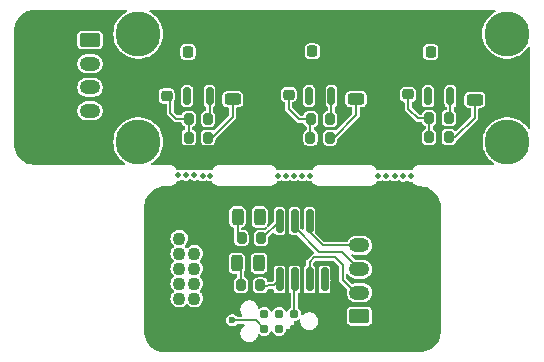
<source format=gbr>
%TF.GenerationSoftware,KiCad,Pcbnew,8.0.3*%
%TF.CreationDate,2025-09-30T21:19:19-04:00*%
%TF.ProjectId,NewHallSensorsLimitSwitches,4e657748-616c-46c5-9365-6e736f72734c,rev?*%
%TF.SameCoordinates,Original*%
%TF.FileFunction,Copper,L1,Top*%
%TF.FilePolarity,Positive*%
%FSLAX46Y46*%
G04 Gerber Fmt 4.6, Leading zero omitted, Abs format (unit mm)*
G04 Created by KiCad (PCBNEW 8.0.3) date 2025-09-30 21:19:19*
%MOMM*%
%LPD*%
G01*
G04 APERTURE LIST*
G04 Aperture macros list*
%AMRoundRect*
0 Rectangle with rounded corners*
0 $1 Rounding radius*
0 $2 $3 $4 $5 $6 $7 $8 $9 X,Y pos of 4 corners*
0 Add a 4 corners polygon primitive as box body*
4,1,4,$2,$3,$4,$5,$6,$7,$8,$9,$2,$3,0*
0 Add four circle primitives for the rounded corners*
1,1,$1+$1,$2,$3*
1,1,$1+$1,$4,$5*
1,1,$1+$1,$6,$7*
1,1,$1+$1,$8,$9*
0 Add four rect primitives between the rounded corners*
20,1,$1+$1,$2,$3,$4,$5,0*
20,1,$1+$1,$4,$5,$6,$7,0*
20,1,$1+$1,$6,$7,$8,$9,0*
20,1,$1+$1,$8,$9,$2,$3,0*%
G04 Aperture macros list end*
%TA.AperFunction,SMDPad,CuDef*%
%ADD10RoundRect,0.150000X0.150000X-0.587500X0.150000X0.587500X-0.150000X0.587500X-0.150000X-0.587500X0*%
%TD*%
%TA.AperFunction,SMDPad,CuDef*%
%ADD11RoundRect,0.243750X0.243750X0.456250X-0.243750X0.456250X-0.243750X-0.456250X0.243750X-0.456250X0*%
%TD*%
%TA.AperFunction,ComponentPad*%
%ADD12RoundRect,0.250000X-0.625000X0.350000X-0.625000X-0.350000X0.625000X-0.350000X0.625000X0.350000X0*%
%TD*%
%TA.AperFunction,ComponentPad*%
%ADD13O,1.750000X1.200000*%
%TD*%
%TA.AperFunction,ComponentPad*%
%ADD14C,3.800000*%
%TD*%
%TA.AperFunction,SMDPad,CuDef*%
%ADD15RoundRect,0.243750X-0.456250X0.243750X-0.456250X-0.243750X0.456250X-0.243750X0.456250X0.243750X0*%
%TD*%
%TA.AperFunction,SMDPad,CuDef*%
%ADD16RoundRect,0.225000X-0.225000X-0.250000X0.225000X-0.250000X0.225000X0.250000X-0.225000X0.250000X0*%
%TD*%
%TA.AperFunction,SMDPad,CuDef*%
%ADD17RoundRect,0.225000X0.250000X-0.225000X0.250000X0.225000X-0.250000X0.225000X-0.250000X-0.225000X0*%
%TD*%
%TA.AperFunction,SMDPad,CuDef*%
%ADD18RoundRect,0.200000X0.200000X0.275000X-0.200000X0.275000X-0.200000X-0.275000X0.200000X-0.275000X0*%
%TD*%
%TA.AperFunction,ComponentPad*%
%ADD19RoundRect,0.250000X0.625000X-0.350000X0.625000X0.350000X-0.625000X0.350000X-0.625000X-0.350000X0*%
%TD*%
%TA.AperFunction,SMDPad,CuDef*%
%ADD20RoundRect,0.200000X-0.200000X-0.275000X0.200000X-0.275000X0.200000X0.275000X-0.200000X0.275000X0*%
%TD*%
%TA.AperFunction,ComponentPad*%
%ADD21C,1.100000*%
%TD*%
%TA.AperFunction,ConnectorPad*%
%ADD22C,0.787400*%
%TD*%
%TA.AperFunction,SMDPad,CuDef*%
%ADD23RoundRect,0.150000X-0.150000X0.825000X-0.150000X-0.825000X0.150000X-0.825000X0.150000X0.825000X0*%
%TD*%
%TA.AperFunction,ViaPad*%
%ADD24C,0.500000*%
%TD*%
%TA.AperFunction,ViaPad*%
%ADD25C,0.600000*%
%TD*%
%TA.AperFunction,Conductor*%
%ADD26C,0.200000*%
%TD*%
G04 APERTURE END LIST*
D10*
%TO.P,U3,1,VCC*%
%TO.N,+5V*%
X174650000Y-110785000D03*
%TO.P,U3,2,OUT*%
%TO.N,Net-(U3-OUT)*%
X176550000Y-110785000D03*
%TO.P,U3,3,GND*%
%TO.N,GND*%
X175600000Y-108910000D03*
%TD*%
D11*
%TO.P,D1,1,K*%
%TO.N,GND*%
X160342500Y-124915000D03*
%TO.P,D1,2,A*%
%TO.N,Net-(D1-A)*%
X158467500Y-124915000D03*
%TD*%
D12*
%TO.P,Je1,1,Pin_1*%
%TO.N,+5V*%
X146040000Y-106010000D03*
D13*
%TO.P,Je1,2,Pin_2*%
%TO.N,/Out_1*%
X146040000Y-108010000D03*
%TO.P,Je1,3,Pin_3*%
%TO.N,/Out_2*%
X146040000Y-110010000D03*
%TO.P,Je1,4,Pin_4*%
%TO.N,/Out_3*%
X146040000Y-112010000D03*
%TO.P,Je1,5,Pin_5*%
%TO.N,GND*%
X146040000Y-114010000D03*
%TD*%
D14*
%TO.P,H8,1*%
%TO.N,N/C*%
X181375000Y-114660000D03*
%TD*%
D15*
%TO.P,D3,1,K*%
%TO.N,GND*%
X158110000Y-109157500D03*
%TO.P,D3,2,A*%
%TO.N,Net-(D3-A)*%
X158110000Y-111032500D03*
%TD*%
D16*
%TO.P,C2,1*%
%TO.N,+5V*%
X164865000Y-106975000D03*
%TO.P,C2,2*%
%TO.N,GND*%
X166415000Y-106975000D03*
%TD*%
D17*
%TO.P,C5,1*%
%TO.N,/Out_2*%
X162850000Y-110625000D03*
%TO.P,C5,2*%
%TO.N,GND*%
X162850000Y-109075000D03*
%TD*%
D16*
%TO.P,C3,1*%
%TO.N,+5V*%
X174890000Y-107025000D03*
%TO.P,C3,2*%
%TO.N,GND*%
X176440000Y-107025000D03*
%TD*%
D18*
%TO.P,R5,1*%
%TO.N,/F_lim_dig*%
X160520000Y-122795000D03*
%TO.P,R5,2*%
%TO.N,Net-(D2-A)*%
X158870000Y-122795000D03*
%TD*%
D14*
%TO.P,H8,1*%
%TO.N,N/C*%
X150125000Y-114650000D03*
%TD*%
D15*
%TO.P,D5,1,K*%
%TO.N,GND*%
X178620000Y-109205000D03*
%TO.P,D5,2,A*%
%TO.N,Net-(D5-A)*%
X178620000Y-111080000D03*
%TD*%
D19*
%TO.P,Je2,1,Pin_1*%
%TO.N,GND*%
X168855000Y-129405000D03*
D13*
%TO.P,Je2,2,Pin_2*%
%TO.N,/Hall_3*%
X168855000Y-127405000D03*
%TO.P,Je2,3,Pin_3*%
%TO.N,/Hall_2*%
X168855000Y-125405000D03*
%TO.P,Je2,4,Pin_4*%
%TO.N,/Hall_1*%
X168855000Y-123405000D03*
%TO.P,Je2,5,Pin_5*%
%TO.N,+5V*%
X168855000Y-121405000D03*
%TD*%
D20*
%TO.P,R6,1*%
%TO.N,/Out_1*%
X154395000Y-114265000D03*
%TO.P,R6,2*%
%TO.N,Net-(D3-A)*%
X156045000Y-114265000D03*
%TD*%
D10*
%TO.P,U1,1,VCC*%
%TO.N,+5V*%
X154260000Y-110750000D03*
%TO.P,U1,2,OUT*%
%TO.N,Net-(U1-OUT)*%
X156160000Y-110750000D03*
%TO.P,U1,3,GND*%
%TO.N,GND*%
X155210000Y-108875000D03*
%TD*%
D15*
%TO.P,D4,1,K*%
%TO.N,GND*%
X168560000Y-109135000D03*
%TO.P,D4,2,A*%
%TO.N,Net-(D4-A)*%
X168560000Y-111010000D03*
%TD*%
D16*
%TO.P,C1,1*%
%TO.N,+5V*%
X154335000Y-107005000D03*
%TO.P,C1,2*%
%TO.N,GND*%
X155885000Y-107005000D03*
%TD*%
D20*
%TO.P,R1,1*%
%TO.N,/Out_1*%
X154395000Y-112675000D03*
%TO.P,R1,2*%
%TO.N,Net-(U1-OUT)*%
X156045000Y-112675000D03*
%TD*%
%TO.P,R3,1*%
%TO.N,/Out_3*%
X174755000Y-112625000D03*
%TO.P,R3,2*%
%TO.N,Net-(U3-OUT)*%
X176405000Y-112625000D03*
%TD*%
D21*
%TO.P,J3,1,Pin_1*%
%TO.N,N/C*%
X153605000Y-122815000D03*
%TO.P,J3,2,Pin_2*%
%TO.N,+5V*%
X154875000Y-122815000D03*
%TO.P,J3,3,Pin_3*%
%TO.N,N/C*%
X153605000Y-124085000D03*
%TO.P,J3,4,Pin_4*%
%TO.N,/F_lim_dig*%
X154875000Y-124085000D03*
%TO.P,J3,5,Pin_5*%
%TO.N,N/C*%
X153605000Y-125355000D03*
%TO.P,J3,6,Pin_6*%
X154875000Y-125355000D03*
%TO.P,J3,7,Pin_7*%
X153605000Y-126625000D03*
%TO.P,J3,8,Pin_8*%
%TO.N,/R_lim_dig*%
X154875000Y-126625000D03*
%TO.P,J3,9,Pin_9*%
%TO.N,N/C*%
X153605000Y-127895000D03*
%TO.P,J3,10,Pin_10*%
%TO.N,GND*%
X154875000Y-127895000D03*
%TD*%
D14*
%TO.P,H7,1*%
%TO.N,N/C*%
X150120000Y-105500000D03*
%TD*%
D20*
%TO.P,R8,1*%
%TO.N,/Out_3*%
X174755000Y-114225000D03*
%TO.P,R8,2*%
%TO.N,Net-(D5-A)*%
X176405000Y-114225000D03*
%TD*%
D22*
%TO.P,J2,1,DATA*%
%TO.N,/Program*%
X163325000Y-129185000D03*
%TO.P,J2,2,VDD*%
%TO.N,+5V*%
X163325000Y-130455000D03*
%TO.P,J2,3,NC*%
%TO.N,unconnected-(J2-NC-Pad3)*%
X162055000Y-129185000D03*
%TO.P,J2,4,NC*%
%TO.N,unconnected-(J2-NC-Pad4)*%
X162055000Y-130455000D03*
%TO.P,J2,5,NC*%
%TO.N,unconnected-(J2-NC-Pad5)*%
X160785000Y-129185000D03*
%TO.P,J2,6,GND*%
%TO.N,GND*%
X160785000Y-130455000D03*
%TD*%
D11*
%TO.P,D2,1,K*%
%TO.N,GND*%
X160402500Y-120995000D03*
%TO.P,D2,2,A*%
%TO.N,Net-(D2-A)*%
X158527500Y-120995000D03*
%TD*%
D14*
%TO.P,H7,1*%
%TO.N,N/C*%
X181350000Y-105480000D03*
%TD*%
D17*
%TO.P,C6,1*%
%TO.N,/Out_3*%
X172970000Y-110620000D03*
%TO.P,C6,2*%
%TO.N,GND*%
X172970000Y-109070000D03*
%TD*%
%TO.P,C4,1*%
%TO.N,/Out_1*%
X152520000Y-110750000D03*
%TO.P,C4,2*%
%TO.N,GND*%
X152520000Y-109200000D03*
%TD*%
D20*
%TO.P,R7,1*%
%TO.N,/Out_2*%
X164705000Y-114275000D03*
%TO.P,R7,2*%
%TO.N,Net-(D4-A)*%
X166355000Y-114275000D03*
%TD*%
D10*
%TO.P,U2,1,VCC*%
%TO.N,+5V*%
X164580000Y-110745000D03*
%TO.P,U2,2,OUT*%
%TO.N,Net-(U2-OUT)*%
X166480000Y-110745000D03*
%TO.P,U2,3,GND*%
%TO.N,GND*%
X165530000Y-108870000D03*
%TD*%
D18*
%TO.P,R4,1*%
%TO.N,/R_lim_dig*%
X160460000Y-126785000D03*
%TO.P,R4,2*%
%TO.N,Net-(D1-A)*%
X158810000Y-126785000D03*
%TD*%
D23*
%TO.P,U4,1,VCC*%
%TO.N,+5V*%
X165895000Y-121330000D03*
%TO.P,U4,2,PA6*%
%TO.N,/Hall_1*%
X164625000Y-121330000D03*
%TO.P,U4,3,PA7*%
%TO.N,/Hall_2*%
X163355000Y-121330000D03*
%TO.P,U4,4,PA1*%
%TO.N,/F_lim_dig*%
X162085000Y-121330000D03*
%TO.P,U4,5,PA2*%
%TO.N,/R_lim_dig*%
X162085000Y-126280000D03*
%TO.P,U4,6,~{RESET}/PA0*%
%TO.N,/Program*%
X163355000Y-126280000D03*
%TO.P,U4,7,PA3*%
%TO.N,/Hall_3*%
X164625000Y-126280000D03*
%TO.P,U4,8,GND*%
%TO.N,GND*%
X165895000Y-126280000D03*
%TD*%
D20*
%TO.P,R2,1*%
%TO.N,/Out_2*%
X164725000Y-112715000D03*
%TO.P,R2,2*%
%TO.N,Net-(U2-OUT)*%
X166375000Y-112715000D03*
%TD*%
D24*
%TO.N,*%
X153499997Y-117475000D03*
X163324997Y-117500000D03*
X162599997Y-117500000D03*
X171099997Y-117525000D03*
X161949994Y-117500000D03*
X172524997Y-117550000D03*
X154150000Y-117475000D03*
X164024997Y-117525000D03*
X170449994Y-117525000D03*
X171824997Y-117525000D03*
X164675000Y-117525000D03*
X154875000Y-117475000D03*
X156225003Y-117500000D03*
X173175000Y-117550000D03*
X155575000Y-117500000D03*
D25*
%TO.N,GND*%
X158075000Y-129745000D03*
X160415000Y-121005000D03*
X160375000Y-124905000D03*
X165905000Y-126335000D03*
%TO.N,+5V*%
X164850000Y-106975000D03*
X154250000Y-110805000D03*
X164580000Y-110745000D03*
X154340000Y-107005000D03*
X174870000Y-107005000D03*
X174650000Y-110755000D03*
%TO.N,/Out_1*%
X152520000Y-110775000D03*
%TO.N,/Out_2*%
X162850000Y-110650000D03*
%TO.N,/Out_3*%
X172960000Y-110630000D03*
%TO.N,/R_lim_dig*%
X160485000Y-126815000D03*
%TO.N,/F_lim_dig*%
X160535000Y-122765000D03*
%TD*%
D26*
%TO.N,GND*%
X160415000Y-121005000D02*
X160325000Y-120800000D01*
X160075000Y-129745000D02*
X158075000Y-129745000D01*
X160235000Y-120890000D02*
X160415000Y-121005000D01*
X160785000Y-130455000D02*
X160075000Y-129745000D01*
%TO.N,/Out_1*%
X153350000Y-112675000D02*
X152840000Y-112165000D01*
X152840000Y-111105000D02*
X152500000Y-110765000D01*
X152840000Y-112165000D02*
X152840000Y-111105000D01*
X154395000Y-114265000D02*
X154395000Y-112675000D01*
X154395000Y-112675000D02*
X153350000Y-112675000D01*
%TO.N,/Out_2*%
X163710000Y-112715000D02*
X162850000Y-111855000D01*
X162850000Y-111855000D02*
X162850000Y-110650000D01*
X164725000Y-112715000D02*
X163710000Y-112715000D01*
X162850000Y-110650000D02*
X162840000Y-110635000D01*
X164705000Y-114275000D02*
X164705000Y-112735000D01*
%TO.N,/Out_3*%
X172970000Y-111825000D02*
X172960000Y-110630000D01*
X174755000Y-114225000D02*
X174755000Y-112625000D01*
X172960000Y-110630000D02*
X172970000Y-110625000D01*
X173770000Y-112625000D02*
X172970000Y-111825000D01*
X174755000Y-112625000D02*
X173770000Y-112625000D01*
%TO.N,/Program*%
X163325000Y-129185000D02*
X163325000Y-126310000D01*
X163325000Y-126310000D02*
X163355000Y-126280000D01*
%TO.N,/Hall_3*%
X167425000Y-125075000D02*
X166766250Y-124416250D01*
X167425000Y-126305000D02*
X167425000Y-125075000D01*
X168855000Y-127405000D02*
X168855000Y-127385000D01*
X168525000Y-127405000D02*
X167425000Y-126305000D01*
X164625000Y-124785000D02*
X164625000Y-126280000D01*
X166766250Y-124416250D02*
X164993750Y-124416250D01*
X164993750Y-124416250D02*
X164625000Y-124785000D01*
X168855000Y-127405000D02*
X168525000Y-127405000D01*
%TO.N,/Hall_1*%
X168855000Y-123405000D02*
X165725001Y-123405000D01*
X164625000Y-122304999D02*
X164625000Y-121330000D01*
X165725001Y-123405000D02*
X164625000Y-122304999D01*
%TO.N,/Hall_2*%
X167386250Y-123936250D02*
X165416250Y-123936250D01*
X163355000Y-121875000D02*
X163355000Y-121330000D01*
X165416250Y-123936250D02*
X163355000Y-121875000D01*
X168855000Y-125405000D02*
X167386250Y-123936250D01*
%TO.N,Net-(U1-OUT)*%
X156160000Y-112560000D02*
X156045000Y-112675000D01*
X156160000Y-110750000D02*
X156160000Y-112560000D01*
%TO.N,Net-(U2-OUT)*%
X166480000Y-110745000D02*
X166480000Y-112610000D01*
%TO.N,Net-(U3-OUT)*%
X176550000Y-110785000D02*
X176550000Y-112480000D01*
%TO.N,/R_lim_dig*%
X160460000Y-126785000D02*
X160485000Y-126815000D01*
X161580000Y-126785000D02*
X162085000Y-126280000D01*
X160485000Y-126815000D02*
X161580000Y-126785000D01*
X154875000Y-126565000D02*
X154875000Y-126625000D01*
%TO.N,/F_lim_dig*%
X160620000Y-122795000D02*
X162085000Y-121330000D01*
X160535000Y-122765000D02*
X160620000Y-122795000D01*
X160520000Y-122795000D02*
X160535000Y-122765000D01*
%TO.N,Net-(D1-A)*%
X158810000Y-126785000D02*
X158810000Y-125257500D01*
X158810000Y-125257500D02*
X158467500Y-124915000D01*
%TO.N,Net-(D2-A)*%
X158527500Y-120995000D02*
X158527500Y-122452500D01*
X158527500Y-122452500D02*
X158870000Y-122795000D01*
%TO.N,Net-(D3-A)*%
X158110000Y-112525000D02*
X158110000Y-111032500D01*
X156045000Y-114265000D02*
X156370000Y-114265000D01*
X156370000Y-114265000D02*
X158110000Y-112525000D01*
%TO.N,Net-(D4-A)*%
X166670000Y-114275000D02*
X168560000Y-112385000D01*
X168560000Y-112385000D02*
X168560000Y-111010000D01*
%TO.N,Net-(D5-A)*%
X176970000Y-114225000D02*
X178620000Y-112575000D01*
X176405000Y-114225000D02*
X176970000Y-114225000D01*
X178620000Y-112575000D02*
X178620000Y-111080000D01*
%TD*%
%TA.AperFunction,Conductor*%
%TO.N,GND*%
G36*
X180349157Y-103469633D02*
G01*
X180385132Y-103519125D01*
X180385145Y-103580310D01*
X180349192Y-103629818D01*
X180342423Y-103634325D01*
X180135861Y-103759939D01*
X180135847Y-103759949D01*
X179912952Y-103941287D01*
X179912951Y-103941288D01*
X179912948Y-103941291D01*
X179912947Y-103941292D01*
X179866623Y-103990893D01*
X179716810Y-104151303D01*
X179716805Y-104151309D01*
X179551098Y-104386065D01*
X179418895Y-104641204D01*
X179360716Y-104804903D01*
X179343674Y-104852859D01*
X179322665Y-104911972D01*
X179264203Y-105193308D01*
X179264201Y-105193317D01*
X179244592Y-105479996D01*
X179244592Y-105480003D01*
X179264201Y-105766682D01*
X179264202Y-105766686D01*
X179322666Y-106048032D01*
X179418896Y-106318797D01*
X179551099Y-106573936D01*
X179716811Y-106808698D01*
X179912947Y-107018708D01*
X180135853Y-107200055D01*
X180135859Y-107200059D01*
X180135861Y-107200060D01*
X180381370Y-107349358D01*
X180381382Y-107349365D01*
X180568237Y-107430526D01*
X180644942Y-107463844D01*
X180921642Y-107541371D01*
X181206322Y-107580500D01*
X181206328Y-107580500D01*
X181493672Y-107580500D01*
X181493678Y-107580500D01*
X181778358Y-107541371D01*
X182055058Y-107463844D01*
X182229381Y-107388125D01*
X182318617Y-107349365D01*
X182318620Y-107349362D01*
X182318625Y-107349361D01*
X182564147Y-107200055D01*
X182787053Y-107018708D01*
X182983189Y-106808698D01*
X183112664Y-106625271D01*
X183161664Y-106588638D01*
X183222844Y-106587802D01*
X183272831Y-106623086D01*
X183292532Y-106681013D01*
X183292541Y-106682156D01*
X183306910Y-113442361D01*
X183288126Y-113500591D01*
X183238703Y-113536660D01*
X183177518Y-113536790D01*
X183127941Y-113500932D01*
X183127030Y-113499662D01*
X183008194Y-113331309D01*
X183008193Y-113331308D01*
X183008189Y-113331302D01*
X182812053Y-113121292D01*
X182799756Y-113111288D01*
X182589152Y-112939949D01*
X182589151Y-112939948D01*
X182589147Y-112939945D01*
X182589142Y-112939942D01*
X182589138Y-112939939D01*
X182343629Y-112790641D01*
X182343617Y-112790634D01*
X182080063Y-112676158D01*
X182080061Y-112676157D01*
X182080058Y-112676156D01*
X181803358Y-112598629D01*
X181518678Y-112559500D01*
X181231322Y-112559500D01*
X180946642Y-112598629D01*
X180669942Y-112676156D01*
X180669939Y-112676156D01*
X180669936Y-112676158D01*
X180406382Y-112790634D01*
X180406370Y-112790641D01*
X180160861Y-112939939D01*
X180160847Y-112939949D01*
X179937952Y-113121287D01*
X179937951Y-113121288D01*
X179937948Y-113121291D01*
X179937947Y-113121292D01*
X179875327Y-113188342D01*
X179741810Y-113331303D01*
X179741805Y-113331309D01*
X179576098Y-113566065D01*
X179443895Y-113821204D01*
X179347665Y-114091972D01*
X179289203Y-114373308D01*
X179289201Y-114373317D01*
X179269592Y-114659996D01*
X179269592Y-114660003D01*
X179289201Y-114946682D01*
X179289202Y-114946686D01*
X179347666Y-115228032D01*
X179443896Y-115498797D01*
X179554087Y-115711454D01*
X179576098Y-115753934D01*
X179734746Y-115978690D01*
X179741811Y-115988698D01*
X179937947Y-116198708D01*
X180160853Y-116380055D01*
X180165793Y-116383059D01*
X180179644Y-116391482D01*
X180219540Y-116437872D01*
X180224549Y-116498852D01*
X180192758Y-116551130D01*
X180136311Y-116574738D01*
X180128605Y-116575069D01*
X174074251Y-116599499D01*
X174073852Y-116599500D01*
X173986306Y-116599500D01*
X173812334Y-116634106D01*
X173812332Y-116634106D01*
X173648455Y-116701985D01*
X173648454Y-116701985D01*
X173500965Y-116800535D01*
X173375536Y-116925964D01*
X173368068Y-116937141D01*
X173322056Y-117006002D01*
X173274008Y-117043881D01*
X173239742Y-117050000D01*
X170410258Y-117050000D01*
X170352067Y-117031093D01*
X170327944Y-117006003D01*
X170274464Y-116925965D01*
X170149035Y-116800536D01*
X170001547Y-116701987D01*
X170001546Y-116701986D01*
X170001544Y-116701985D01*
X169837666Y-116634106D01*
X169663693Y-116599500D01*
X169663691Y-116599500D01*
X169640892Y-116599500D01*
X165665892Y-116599500D01*
X165600000Y-116599500D01*
X165511309Y-116599500D01*
X165511306Y-116599500D01*
X165337334Y-116634106D01*
X165337332Y-116634106D01*
X165173455Y-116701985D01*
X165173454Y-116701985D01*
X165025965Y-116800535D01*
X164900536Y-116925964D01*
X164893068Y-116937141D01*
X164847056Y-117006002D01*
X164799008Y-117043881D01*
X164764742Y-117050000D01*
X163400327Y-117050000D01*
X163393332Y-117049500D01*
X163389769Y-117049500D01*
X163260225Y-117049500D01*
X163256662Y-117049500D01*
X163249667Y-117050000D01*
X162675327Y-117050000D01*
X162668332Y-117049500D01*
X162664769Y-117049500D01*
X162535225Y-117049500D01*
X162531662Y-117049500D01*
X162524667Y-117050000D01*
X162025324Y-117050000D01*
X162018329Y-117049500D01*
X162014766Y-117049500D01*
X161934925Y-117049500D01*
X161876734Y-117030593D01*
X161852610Y-117005502D01*
X161799464Y-116925965D01*
X161674037Y-116800537D01*
X161526544Y-116701985D01*
X161362666Y-116634106D01*
X161188693Y-116599500D01*
X161188691Y-116599500D01*
X161165892Y-116599500D01*
X157190892Y-116599500D01*
X157125000Y-116599500D01*
X157036309Y-116599500D01*
X157036306Y-116599500D01*
X156862334Y-116634106D01*
X156862332Y-116634106D01*
X156698455Y-116701985D01*
X156698454Y-116701985D01*
X156550962Y-116800537D01*
X156425535Y-116925965D01*
X156372390Y-117005502D01*
X156324340Y-117043381D01*
X156290075Y-117049500D01*
X156156668Y-117049500D01*
X156149673Y-117050000D01*
X155650330Y-117050000D01*
X155643335Y-117049500D01*
X155639772Y-117049500D01*
X155510228Y-117049500D01*
X155506665Y-117049500D01*
X155499670Y-117050000D01*
X155040853Y-117050000D01*
X155012962Y-117045990D01*
X154939774Y-117024500D01*
X154939772Y-117024500D01*
X154810228Y-117024500D01*
X154810225Y-117024500D01*
X154737038Y-117045990D01*
X154709147Y-117050000D01*
X154315853Y-117050000D01*
X154287962Y-117045990D01*
X154214774Y-117024500D01*
X154214772Y-117024500D01*
X154085228Y-117024500D01*
X154085225Y-117024500D01*
X154012038Y-117045990D01*
X153984147Y-117050000D01*
X153665850Y-117050000D01*
X153637959Y-117045990D01*
X153564771Y-117024500D01*
X153564769Y-117024500D01*
X153443220Y-117024500D01*
X153385029Y-117005593D01*
X153360905Y-116980502D01*
X153324464Y-116925965D01*
X153199034Y-116800535D01*
X153051544Y-116701985D01*
X152887666Y-116634106D01*
X152713693Y-116599500D01*
X152713691Y-116599500D01*
X152626239Y-116599500D01*
X152625829Y-116599499D01*
X151323634Y-116594106D01*
X151265522Y-116574958D01*
X151229764Y-116525309D01*
X151230017Y-116464125D01*
X151266185Y-116414774D01*
X151272593Y-116410527D01*
X151339147Y-116370055D01*
X151562053Y-116188708D01*
X151758189Y-115978698D01*
X151923901Y-115743936D01*
X152056104Y-115488797D01*
X152152334Y-115218032D01*
X152210798Y-114936686D01*
X152228677Y-114675304D01*
X152230408Y-114650003D01*
X152230408Y-114649996D01*
X152211482Y-114373314D01*
X152210798Y-114363314D01*
X152152334Y-114081968D01*
X152056104Y-113811203D01*
X151923901Y-113556064D01*
X151758189Y-113321302D01*
X151562053Y-113111292D01*
X151479225Y-113043907D01*
X151339152Y-112929949D01*
X151339151Y-112929948D01*
X151339147Y-112929945D01*
X151339142Y-112929942D01*
X151339138Y-112929939D01*
X151093629Y-112780641D01*
X151093617Y-112780634D01*
X150830063Y-112666158D01*
X150830061Y-112666157D01*
X150830058Y-112666156D01*
X150553358Y-112588629D01*
X150268678Y-112549500D01*
X149981322Y-112549500D01*
X149696642Y-112588629D01*
X149696638Y-112588629D01*
X149696638Y-112588630D01*
X149620646Y-112609921D01*
X149419942Y-112666156D01*
X149419939Y-112666156D01*
X149419936Y-112666158D01*
X149156382Y-112780634D01*
X149156370Y-112780641D01*
X148910861Y-112929939D01*
X148910847Y-112929949D01*
X148687952Y-113111287D01*
X148687951Y-113111288D01*
X148687948Y-113111291D01*
X148687947Y-113111292D01*
X148578632Y-113228340D01*
X148491810Y-113321303D01*
X148491805Y-113321309D01*
X148326098Y-113556065D01*
X148193895Y-113811204D01*
X148097665Y-114081972D01*
X148039203Y-114363308D01*
X148039201Y-114363317D01*
X148019592Y-114649996D01*
X148019592Y-114650003D01*
X148039201Y-114936682D01*
X148039202Y-114936686D01*
X148097666Y-115218032D01*
X148193896Y-115488797D01*
X148326099Y-115743936D01*
X148415313Y-115870324D01*
X148483800Y-115967350D01*
X148491811Y-115978698D01*
X148687947Y-116188708D01*
X148687951Y-116188711D01*
X148687952Y-116188712D01*
X148910847Y-116370050D01*
X148910850Y-116370053D01*
X148910852Y-116370054D01*
X148910853Y-116370055D01*
X148965304Y-116403167D01*
X149005198Y-116449556D01*
X149010207Y-116510536D01*
X148978416Y-116562814D01*
X148921969Y-116586422D01*
X148913654Y-116586754D01*
X141584379Y-116571243D01*
X141566527Y-116569581D01*
X141555344Y-116567506D01*
X141513684Y-116570773D01*
X141505739Y-116571076D01*
X141464099Y-116570989D01*
X141463967Y-116570989D01*
X141463966Y-116570989D01*
X141457534Y-116571822D01*
X141457459Y-116571243D01*
X141444147Y-116573035D01*
X141253702Y-116574609D01*
X141239874Y-116573753D01*
X141012858Y-116543660D01*
X140999285Y-116540883D01*
X140778686Y-116479390D01*
X140765633Y-116474745D01*
X140555780Y-116383059D01*
X140543504Y-116376638D01*
X140348502Y-116256553D01*
X140337242Y-116248480D01*
X140265124Y-116188712D01*
X140160913Y-116102347D01*
X140150903Y-116092795D01*
X139996692Y-115923467D01*
X139988108Y-115912601D01*
X139859054Y-115723417D01*
X139852066Y-115711454D01*
X139750687Y-115506109D01*
X139745438Y-115493288D01*
X139673715Y-115275793D01*
X139670308Y-115262364D01*
X139629653Y-115037000D01*
X139628153Y-115023227D01*
X139625210Y-114946682D01*
X139619373Y-114794832D01*
X139619300Y-114791029D01*
X139619300Y-114781109D01*
X139619349Y-114777979D01*
X139619479Y-114773861D01*
X139621133Y-114721586D01*
X139621132Y-114721580D01*
X139620490Y-114715127D01*
X139620776Y-114715098D01*
X139619296Y-114702305D01*
X139619294Y-114665304D01*
X139619170Y-111931155D01*
X144964500Y-111931155D01*
X144964500Y-112088844D01*
X144995263Y-112243496D01*
X144995263Y-112243498D01*
X145055603Y-112389174D01*
X145055609Y-112389185D01*
X145096599Y-112450529D01*
X145143211Y-112520289D01*
X145254711Y-112631789D01*
X145306145Y-112666156D01*
X145385814Y-112719390D01*
X145385825Y-112719396D01*
X145439638Y-112741685D01*
X145531503Y-112779737D01*
X145686158Y-112810500D01*
X145686159Y-112810500D01*
X146393841Y-112810500D01*
X146393842Y-112810500D01*
X146548497Y-112779737D01*
X146694179Y-112719394D01*
X146825289Y-112631789D01*
X146936789Y-112520289D01*
X147024394Y-112389179D01*
X147084737Y-112243497D01*
X147115500Y-112088842D01*
X147115500Y-111931158D01*
X147084737Y-111776503D01*
X147042054Y-111673456D01*
X147024396Y-111630825D01*
X147024390Y-111630814D01*
X146984709Y-111571428D01*
X146936789Y-111499711D01*
X146825289Y-111388211D01*
X146749061Y-111337277D01*
X146694185Y-111300609D01*
X146694174Y-111300603D01*
X146548497Y-111240263D01*
X146393844Y-111209500D01*
X146393842Y-111209500D01*
X145686158Y-111209500D01*
X145686155Y-111209500D01*
X145531503Y-111240263D01*
X145531501Y-111240263D01*
X145385825Y-111300603D01*
X145385814Y-111300609D01*
X145254711Y-111388211D01*
X145254707Y-111388214D01*
X145143214Y-111499707D01*
X145143211Y-111499711D01*
X145055609Y-111630814D01*
X145055603Y-111630825D01*
X144995263Y-111776501D01*
X144995263Y-111776503D01*
X144964500Y-111931155D01*
X139619170Y-111931155D01*
X139619079Y-109931155D01*
X144964500Y-109931155D01*
X144964500Y-110088844D01*
X144995263Y-110243496D01*
X144995263Y-110243498D01*
X145055603Y-110389174D01*
X145055609Y-110389185D01*
X145108312Y-110468059D01*
X145143211Y-110520289D01*
X145254711Y-110631789D01*
X145330938Y-110682722D01*
X145385814Y-110719390D01*
X145385825Y-110719396D01*
X145424043Y-110735226D01*
X145531503Y-110779737D01*
X145686158Y-110810500D01*
X145686159Y-110810500D01*
X146393841Y-110810500D01*
X146393842Y-110810500D01*
X146548497Y-110779737D01*
X146694179Y-110719394D01*
X146825289Y-110631789D01*
X146936789Y-110520289D01*
X146956017Y-110491512D01*
X151844500Y-110491512D01*
X151844500Y-111008488D01*
X151859503Y-111103217D01*
X151860281Y-111108125D01*
X151860283Y-111108132D01*
X151921470Y-111228217D01*
X151921472Y-111228220D01*
X152016780Y-111323528D01*
X152016782Y-111323529D01*
X152136867Y-111384716D01*
X152136869Y-111384716D01*
X152136874Y-111384719D01*
X152212541Y-111396703D01*
X152236510Y-111400500D01*
X152236512Y-111400500D01*
X152440500Y-111400500D01*
X152498691Y-111419407D01*
X152534655Y-111468907D01*
X152539500Y-111499500D01*
X152539500Y-112204564D01*
X152559978Y-112280987D01*
X152559979Y-112280989D01*
X152585100Y-112324500D01*
X152599540Y-112349511D01*
X153109540Y-112859511D01*
X153109539Y-112859511D01*
X153165489Y-112915460D01*
X153234007Y-112955019D01*
X153234011Y-112955021D01*
X153310435Y-112975499D01*
X153310437Y-112975500D01*
X153310438Y-112975500D01*
X153708992Y-112975500D01*
X153767183Y-112994407D01*
X153803147Y-113043907D01*
X153806773Y-113059013D01*
X153809352Y-113075300D01*
X153809354Y-113075304D01*
X153866950Y-113188342D01*
X153956658Y-113278050D01*
X154040446Y-113320742D01*
X154083710Y-113364006D01*
X154094500Y-113408951D01*
X154094500Y-113531048D01*
X154075593Y-113589239D01*
X154040446Y-113619257D01*
X153956659Y-113661949D01*
X153866949Y-113751659D01*
X153809354Y-113864695D01*
X153794500Y-113958477D01*
X153794500Y-114571520D01*
X153794501Y-114571523D01*
X153809352Y-114665299D01*
X153809354Y-114665304D01*
X153866950Y-114778342D01*
X153956658Y-114868050D01*
X154069696Y-114925646D01*
X154163481Y-114940500D01*
X154626518Y-114940499D01*
X154626520Y-114940499D01*
X154626521Y-114940498D01*
X154673411Y-114933072D01*
X154720299Y-114925647D01*
X154720299Y-114925646D01*
X154720304Y-114925646D01*
X154833342Y-114868050D01*
X154923050Y-114778342D01*
X154980646Y-114665304D01*
X154995500Y-114571519D01*
X154995499Y-113958482D01*
X154995498Y-113958477D01*
X155444500Y-113958477D01*
X155444500Y-114571520D01*
X155444501Y-114571523D01*
X155459352Y-114665299D01*
X155459354Y-114665304D01*
X155516950Y-114778342D01*
X155606658Y-114868050D01*
X155719696Y-114925646D01*
X155813481Y-114940500D01*
X156276518Y-114940499D01*
X156276520Y-114940499D01*
X156276521Y-114940498D01*
X156323411Y-114933072D01*
X156370299Y-114925647D01*
X156370299Y-114925646D01*
X156370304Y-114925646D01*
X156483342Y-114868050D01*
X156573050Y-114778342D01*
X156630646Y-114665304D01*
X156645500Y-114571519D01*
X156645499Y-114455478D01*
X156664406Y-114397288D01*
X156674489Y-114385480D01*
X158350460Y-112709511D01*
X158361154Y-112690988D01*
X158390020Y-112640992D01*
X158390020Y-112640990D01*
X158390022Y-112640988D01*
X158410500Y-112564562D01*
X158410500Y-112485438D01*
X158410500Y-111819500D01*
X158429407Y-111761309D01*
X158478907Y-111725345D01*
X158509500Y-111720500D01*
X158619770Y-111720500D01*
X158619772Y-111720499D01*
X158649774Y-111717686D01*
X158776179Y-111673455D01*
X158883930Y-111593930D01*
X158963455Y-111486179D01*
X159007686Y-111359774D01*
X159010499Y-111329772D01*
X159010500Y-111329770D01*
X159010500Y-110735230D01*
X159010499Y-110735226D01*
X159009654Y-110726211D01*
X159007686Y-110705226D01*
X158963455Y-110578821D01*
X158883930Y-110471070D01*
X158776179Y-110391545D01*
X158776176Y-110391544D01*
X158776175Y-110391543D01*
X158704634Y-110366510D01*
X162174500Y-110366510D01*
X162174500Y-110883489D01*
X162190281Y-110983125D01*
X162190283Y-110983132D01*
X162248924Y-111098220D01*
X162251472Y-111103220D01*
X162346780Y-111198528D01*
X162346782Y-111198529D01*
X162466867Y-111259716D01*
X162466870Y-111259716D01*
X162466874Y-111259719D01*
X162466878Y-111259719D01*
X162474281Y-111262125D01*
X162473812Y-111263566D01*
X162520501Y-111287353D01*
X162548281Y-111341868D01*
X162549500Y-111357359D01*
X162549500Y-111894564D01*
X162569978Y-111970988D01*
X162592220Y-112009511D01*
X162592222Y-112009514D01*
X162609533Y-112039500D01*
X162609540Y-112039511D01*
X163525489Y-112955460D01*
X163525491Y-112955461D01*
X163525493Y-112955463D01*
X163594008Y-112995020D01*
X163594006Y-112995020D01*
X163594010Y-112995021D01*
X163594012Y-112995022D01*
X163670438Y-113015500D01*
X164038992Y-113015500D01*
X164097183Y-113034407D01*
X164133147Y-113083907D01*
X164136773Y-113099013D01*
X164139352Y-113115300D01*
X164139354Y-113115304D01*
X164196950Y-113228342D01*
X164286658Y-113318050D01*
X164350447Y-113350552D01*
X164393710Y-113393815D01*
X164404500Y-113438760D01*
X164404500Y-113541048D01*
X164385593Y-113599239D01*
X164350446Y-113629257D01*
X164266659Y-113671949D01*
X164176949Y-113761659D01*
X164119354Y-113874695D01*
X164104500Y-113968477D01*
X164104500Y-114581520D01*
X164104501Y-114581523D01*
X164119352Y-114675299D01*
X164119354Y-114675304D01*
X164176950Y-114788342D01*
X164266658Y-114878050D01*
X164379696Y-114935646D01*
X164473481Y-114950500D01*
X164936518Y-114950499D01*
X164936520Y-114950499D01*
X164936521Y-114950498D01*
X164983411Y-114943072D01*
X165030299Y-114935647D01*
X165030299Y-114935646D01*
X165030304Y-114935646D01*
X165143342Y-114878050D01*
X165233050Y-114788342D01*
X165290646Y-114675304D01*
X165305500Y-114581519D01*
X165305499Y-113968482D01*
X165305498Y-113968477D01*
X165754500Y-113968477D01*
X165754500Y-114581520D01*
X165754501Y-114581523D01*
X165769352Y-114675299D01*
X165769354Y-114675304D01*
X165826950Y-114788342D01*
X165916658Y-114878050D01*
X166029696Y-114935646D01*
X166123481Y-114950500D01*
X166586518Y-114950499D01*
X166586520Y-114950499D01*
X166586521Y-114950498D01*
X166633411Y-114943072D01*
X166680299Y-114935647D01*
X166680299Y-114935646D01*
X166680304Y-114935646D01*
X166793342Y-114878050D01*
X166883050Y-114788342D01*
X166940646Y-114675304D01*
X166955500Y-114581519D01*
X166955499Y-114455478D01*
X166974406Y-114397288D01*
X166984489Y-114385480D01*
X168800460Y-112569511D01*
X168803317Y-112564562D01*
X168840020Y-112500992D01*
X168840020Y-112500990D01*
X168840022Y-112500988D01*
X168860500Y-112424562D01*
X168860500Y-112345438D01*
X168860500Y-111797000D01*
X168879407Y-111738809D01*
X168928907Y-111702845D01*
X168959500Y-111698000D01*
X169069770Y-111698000D01*
X169069772Y-111697999D01*
X169099774Y-111695186D01*
X169226179Y-111650955D01*
X169333930Y-111571430D01*
X169413455Y-111463679D01*
X169457686Y-111337274D01*
X169460499Y-111307272D01*
X169460500Y-111307270D01*
X169460500Y-110712730D01*
X169460499Y-110712726D01*
X169460442Y-110712122D01*
X169457686Y-110682726D01*
X169413455Y-110556321D01*
X169333930Y-110448570D01*
X169226179Y-110369045D01*
X169226176Y-110369044D01*
X169226175Y-110369043D01*
X169204647Y-110361510D01*
X172294500Y-110361510D01*
X172294500Y-110878489D01*
X172310281Y-110978125D01*
X172310283Y-110978132D01*
X172371470Y-111098217D01*
X172371472Y-111098220D01*
X172466780Y-111193528D01*
X172466782Y-111193529D01*
X172586867Y-111254716D01*
X172586870Y-111254716D01*
X172586874Y-111254719D01*
X172586878Y-111254719D01*
X172594281Y-111257125D01*
X172593422Y-111259766D01*
X172636514Y-111281712D01*
X172664302Y-111336224D01*
X172665521Y-111350900D01*
X172669497Y-111825850D01*
X172669500Y-111826679D01*
X172669500Y-111864631D01*
X172669595Y-111865309D01*
X172669708Y-111866142D01*
X172669820Y-111866993D01*
X172669841Y-111867072D01*
X172669842Y-111867075D01*
X172679961Y-111903615D01*
X172680177Y-111904410D01*
X172689999Y-111941064D01*
X172690333Y-111941852D01*
X172690645Y-111942596D01*
X172690923Y-111943267D01*
X172710212Y-111976040D01*
X172710631Y-111976758D01*
X172729578Y-112009577D01*
X172730073Y-112010211D01*
X172730583Y-112010870D01*
X172731038Y-112011463D01*
X172731090Y-112011514D01*
X172731092Y-112011517D01*
X172758188Y-112038163D01*
X172758653Y-112038624D01*
X173529540Y-112809511D01*
X173529539Y-112809511D01*
X173585489Y-112865460D01*
X173654007Y-112905019D01*
X173654011Y-112905021D01*
X173730435Y-112925499D01*
X173730437Y-112925500D01*
X173730438Y-112925500D01*
X174068992Y-112925500D01*
X174127183Y-112944407D01*
X174163147Y-112993907D01*
X174166773Y-113009013D01*
X174169352Y-113025300D01*
X174169354Y-113025304D01*
X174226950Y-113138342D01*
X174316658Y-113228050D01*
X174400446Y-113270742D01*
X174443710Y-113314006D01*
X174454500Y-113358951D01*
X174454500Y-113491048D01*
X174435593Y-113549239D01*
X174400446Y-113579257D01*
X174316659Y-113621949D01*
X174226949Y-113711659D01*
X174169354Y-113824695D01*
X174154500Y-113918477D01*
X174154500Y-114531520D01*
X174154501Y-114531523D01*
X174169352Y-114625299D01*
X174169354Y-114625304D01*
X174226950Y-114738342D01*
X174316658Y-114828050D01*
X174429696Y-114885646D01*
X174523481Y-114900500D01*
X174986518Y-114900499D01*
X174986520Y-114900499D01*
X174986521Y-114900498D01*
X175033411Y-114893072D01*
X175080299Y-114885647D01*
X175080299Y-114885646D01*
X175080304Y-114885646D01*
X175193342Y-114828050D01*
X175283050Y-114738342D01*
X175340646Y-114625304D01*
X175355500Y-114531519D01*
X175355499Y-113918482D01*
X175355498Y-113918477D01*
X175804500Y-113918477D01*
X175804500Y-114531520D01*
X175804501Y-114531523D01*
X175819352Y-114625299D01*
X175819354Y-114625304D01*
X175876950Y-114738342D01*
X175966658Y-114828050D01*
X176079696Y-114885646D01*
X176173481Y-114900500D01*
X176636518Y-114900499D01*
X176636520Y-114900499D01*
X176636521Y-114900498D01*
X176683411Y-114893072D01*
X176730299Y-114885647D01*
X176730299Y-114885646D01*
X176730304Y-114885646D01*
X176843342Y-114828050D01*
X176933050Y-114738342D01*
X176990646Y-114625304D01*
X176996258Y-114589869D01*
X177024035Y-114535353D01*
X177068415Y-114509729D01*
X177085989Y-114505021D01*
X177154511Y-114465460D01*
X177210460Y-114409511D01*
X178860460Y-112759511D01*
X178869120Y-112744511D01*
X178900021Y-112690989D01*
X178920500Y-112614562D01*
X178920500Y-111867000D01*
X178939407Y-111808809D01*
X178988907Y-111772845D01*
X179019500Y-111768000D01*
X179129770Y-111768000D01*
X179129772Y-111767999D01*
X179159774Y-111765186D01*
X179286179Y-111720955D01*
X179393930Y-111641430D01*
X179473455Y-111533679D01*
X179517686Y-111407274D01*
X179520499Y-111377272D01*
X179520500Y-111377270D01*
X179520500Y-110782730D01*
X179520499Y-110782726D01*
X179517686Y-110752731D01*
X179517686Y-110752726D01*
X179473455Y-110626321D01*
X179393930Y-110518570D01*
X179286179Y-110439045D01*
X179286176Y-110439044D01*
X179286175Y-110439043D01*
X179159777Y-110394815D01*
X179159776Y-110394814D01*
X179159774Y-110394814D01*
X179159771Y-110394813D01*
X179159768Y-110394813D01*
X179129773Y-110392000D01*
X179129764Y-110392000D01*
X178110236Y-110392000D01*
X178110226Y-110392000D01*
X178080231Y-110394813D01*
X178080222Y-110394815D01*
X177953824Y-110439043D01*
X177846071Y-110518569D01*
X177846069Y-110518571D01*
X177766543Y-110626324D01*
X177722315Y-110752722D01*
X177722313Y-110752731D01*
X177719500Y-110782726D01*
X177719500Y-111377273D01*
X177722313Y-111407268D01*
X177722315Y-111407277D01*
X177766543Y-111533675D01*
X177766544Y-111533676D01*
X177766545Y-111533679D01*
X177846070Y-111641430D01*
X177953821Y-111720955D01*
X178080226Y-111765186D01*
X178110226Y-111767999D01*
X178110230Y-111768000D01*
X178110236Y-111768000D01*
X178220500Y-111768000D01*
X178278691Y-111786907D01*
X178314655Y-111836407D01*
X178319500Y-111867000D01*
X178319500Y-112409520D01*
X178300593Y-112467711D01*
X178290504Y-112479524D01*
X177065713Y-113704314D01*
X177011196Y-113732091D01*
X176950764Y-113722520D01*
X176925708Y-113704316D01*
X176843342Y-113621950D01*
X176730304Y-113564354D01*
X176730305Y-113564354D01*
X176636522Y-113549500D01*
X176173479Y-113549500D01*
X176173476Y-113549501D01*
X176079700Y-113564352D01*
X176079695Y-113564354D01*
X175966659Y-113621949D01*
X175876949Y-113711659D01*
X175819354Y-113824695D01*
X175804500Y-113918477D01*
X175355498Y-113918477D01*
X175348565Y-113874696D01*
X175340647Y-113824700D01*
X175340646Y-113824698D01*
X175340646Y-113824696D01*
X175283050Y-113711658D01*
X175193342Y-113621950D01*
X175170723Y-113610425D01*
X175109554Y-113579257D01*
X175066290Y-113535992D01*
X175055500Y-113491048D01*
X175055500Y-113358951D01*
X175074407Y-113300760D01*
X175109552Y-113270742D01*
X175193342Y-113228050D01*
X175283050Y-113138342D01*
X175340646Y-113025304D01*
X175355500Y-112931519D01*
X175355499Y-112318482D01*
X175355498Y-112318477D01*
X175804500Y-112318477D01*
X175804500Y-112931520D01*
X175804501Y-112931523D01*
X175819352Y-113025299D01*
X175819354Y-113025304D01*
X175876950Y-113138342D01*
X175966658Y-113228050D01*
X176079696Y-113285646D01*
X176173481Y-113300500D01*
X176636518Y-113300499D01*
X176636520Y-113300499D01*
X176636521Y-113300498D01*
X176705502Y-113289574D01*
X176730299Y-113285647D01*
X176730299Y-113285646D01*
X176730304Y-113285646D01*
X176843342Y-113228050D01*
X176933050Y-113138342D01*
X176990646Y-113025304D01*
X177005500Y-112931519D01*
X177005499Y-112318482D01*
X176998565Y-112274696D01*
X176990647Y-112224700D01*
X176990646Y-112224698D01*
X176990646Y-112224696D01*
X176933050Y-112111658D01*
X176910232Y-112088840D01*
X176879496Y-112058103D01*
X176851719Y-112003586D01*
X176850500Y-111988100D01*
X176850500Y-111750865D01*
X176869407Y-111692674D01*
X176900108Y-111666889D01*
X176899806Y-111666465D01*
X176905197Y-111662615D01*
X176906020Y-111661923D01*
X176906483Y-111661698D01*
X176989198Y-111578983D01*
X177040573Y-111473893D01*
X177050500Y-111405760D01*
X177050500Y-110164240D01*
X177040573Y-110096107D01*
X177037022Y-110088844D01*
X176989198Y-109991018D01*
X176989198Y-109991017D01*
X176906483Y-109908302D01*
X176906481Y-109908301D01*
X176801395Y-109856927D01*
X176774139Y-109852956D01*
X176733260Y-109847000D01*
X176366740Y-109847000D01*
X176332673Y-109851963D01*
X176298604Y-109856927D01*
X176193518Y-109908301D01*
X176110801Y-109991018D01*
X176059427Y-110096104D01*
X176054599Y-110129243D01*
X176049500Y-110164240D01*
X176049500Y-111405760D01*
X176054328Y-111438895D01*
X176059427Y-111473895D01*
X176110801Y-111578981D01*
X176110802Y-111578983D01*
X176193517Y-111661698D01*
X176193978Y-111661923D01*
X176194387Y-111662319D01*
X176200194Y-111666465D01*
X176199572Y-111667335D01*
X176237953Y-111704465D01*
X176249500Y-111750865D01*
X176249500Y-111852906D01*
X176230593Y-111911097D01*
X176181093Y-111947061D01*
X176165986Y-111950687D01*
X176079699Y-111964352D01*
X176079695Y-111964354D01*
X175966659Y-112021949D01*
X175876949Y-112111659D01*
X175819354Y-112224695D01*
X175804500Y-112318477D01*
X175355498Y-112318477D01*
X175348565Y-112274696D01*
X175340647Y-112224700D01*
X175340646Y-112224698D01*
X175340646Y-112224696D01*
X175283050Y-112111658D01*
X175193342Y-112021950D01*
X175080304Y-111964354D01*
X175080305Y-111964354D01*
X174986522Y-111949500D01*
X174523479Y-111949500D01*
X174523476Y-111949501D01*
X174429700Y-111964352D01*
X174429695Y-111964354D01*
X174316659Y-112021949D01*
X174226949Y-112111659D01*
X174169354Y-112224695D01*
X174166774Y-112240986D01*
X174138997Y-112295503D01*
X174084481Y-112323281D01*
X174068993Y-112324500D01*
X173935479Y-112324500D01*
X173877288Y-112305593D01*
X173865475Y-112295504D01*
X173298113Y-111728142D01*
X173270336Y-111673625D01*
X173269121Y-111658978D01*
X173266567Y-111353808D01*
X173284987Y-111295463D01*
X173334185Y-111259087D01*
X173350072Y-111255202D01*
X173353126Y-111254719D01*
X173473220Y-111193528D01*
X173568528Y-111098220D01*
X173629719Y-110978126D01*
X173645500Y-110878488D01*
X173645500Y-110755000D01*
X174144353Y-110755000D01*
X174148339Y-110782726D01*
X174148492Y-110783786D01*
X174149500Y-110797876D01*
X174149500Y-111405760D01*
X174154328Y-111438895D01*
X174159427Y-111473895D01*
X174210801Y-111578981D01*
X174210802Y-111578983D01*
X174293517Y-111661698D01*
X174327011Y-111678072D01*
X174398604Y-111713072D01*
X174398605Y-111713072D01*
X174398607Y-111713073D01*
X174466740Y-111723000D01*
X174466743Y-111723000D01*
X174833257Y-111723000D01*
X174833260Y-111723000D01*
X174901393Y-111713073D01*
X175006483Y-111661698D01*
X175089198Y-111578983D01*
X175140573Y-111473893D01*
X175150500Y-111405760D01*
X175150500Y-110797876D01*
X175151508Y-110783786D01*
X175151661Y-110782726D01*
X175155647Y-110755000D01*
X175155319Y-110752722D01*
X175151508Y-110726211D01*
X175150500Y-110712122D01*
X175150500Y-110164243D01*
X175147956Y-110146780D01*
X175140573Y-110096107D01*
X175137022Y-110088844D01*
X175089198Y-109991018D01*
X175089198Y-109991017D01*
X175006483Y-109908302D01*
X175006481Y-109908301D01*
X174901395Y-109856927D01*
X174874139Y-109852956D01*
X174833260Y-109847000D01*
X174466740Y-109847000D01*
X174432673Y-109851963D01*
X174398604Y-109856927D01*
X174293518Y-109908301D01*
X174210801Y-109991018D01*
X174159427Y-110096104D01*
X174154599Y-110129243D01*
X174152773Y-110141780D01*
X174149500Y-110164243D01*
X174149500Y-110712122D01*
X174148492Y-110726211D01*
X174144681Y-110752722D01*
X174144353Y-110755000D01*
X173645500Y-110755000D01*
X173645500Y-110361512D01*
X173643251Y-110347315D01*
X173639688Y-110324815D01*
X173629719Y-110261874D01*
X173629716Y-110261869D01*
X173629716Y-110261867D01*
X173568529Y-110141782D01*
X173568528Y-110141780D01*
X173473220Y-110046472D01*
X173473217Y-110046470D01*
X173353132Y-109985283D01*
X173353127Y-109985281D01*
X173353126Y-109985281D01*
X173319913Y-109980020D01*
X173253490Y-109969500D01*
X173253488Y-109969500D01*
X172686512Y-109969500D01*
X172686510Y-109969500D01*
X172586874Y-109985281D01*
X172586867Y-109985283D01*
X172466782Y-110046470D01*
X172371470Y-110141782D01*
X172310283Y-110261867D01*
X172310281Y-110261874D01*
X172294500Y-110361510D01*
X169204647Y-110361510D01*
X169099777Y-110324815D01*
X169099776Y-110324814D01*
X169099774Y-110324814D01*
X169099771Y-110324813D01*
X169099768Y-110324813D01*
X169069773Y-110322000D01*
X169069764Y-110322000D01*
X168050236Y-110322000D01*
X168050226Y-110322000D01*
X168020231Y-110324813D01*
X168020222Y-110324815D01*
X167893824Y-110369043D01*
X167786071Y-110448569D01*
X167786069Y-110448571D01*
X167706543Y-110556324D01*
X167662315Y-110682722D01*
X167662313Y-110682731D01*
X167659500Y-110712726D01*
X167659500Y-111307273D01*
X167662313Y-111337268D01*
X167662315Y-111337277D01*
X167706543Y-111463675D01*
X167706544Y-111463676D01*
X167706545Y-111463679D01*
X167786070Y-111571430D01*
X167893821Y-111650955D01*
X168020226Y-111695186D01*
X168050226Y-111697999D01*
X168050230Y-111698000D01*
X168050236Y-111698000D01*
X168160500Y-111698000D01*
X168218691Y-111716907D01*
X168254655Y-111766407D01*
X168259500Y-111797000D01*
X168259500Y-112219520D01*
X168240593Y-112277711D01*
X168230504Y-112289524D01*
X166880462Y-113639565D01*
X166825945Y-113667342D01*
X166765514Y-113657771D01*
X166680304Y-113614354D01*
X166680305Y-113614354D01*
X166586522Y-113599500D01*
X166123479Y-113599500D01*
X166123476Y-113599501D01*
X166029700Y-113614352D01*
X166029695Y-113614354D01*
X165916659Y-113671949D01*
X165826949Y-113761659D01*
X165769354Y-113874695D01*
X165754500Y-113968477D01*
X165305498Y-113968477D01*
X165303722Y-113957263D01*
X165290647Y-113874700D01*
X165290646Y-113874698D01*
X165290646Y-113874696D01*
X165233050Y-113761658D01*
X165143342Y-113671950D01*
X165121296Y-113660717D01*
X165059554Y-113629257D01*
X165016290Y-113585992D01*
X165005500Y-113541048D01*
X165005500Y-113459141D01*
X165024407Y-113400950D01*
X165059551Y-113370934D01*
X165163342Y-113318050D01*
X165253050Y-113228342D01*
X165310646Y-113115304D01*
X165325500Y-113021519D01*
X165325499Y-112408482D01*
X165325498Y-112408477D01*
X165774500Y-112408477D01*
X165774500Y-113021520D01*
X165774501Y-113021523D01*
X165789352Y-113115299D01*
X165789354Y-113115304D01*
X165846950Y-113228342D01*
X165936658Y-113318050D01*
X166049696Y-113375646D01*
X166143481Y-113390500D01*
X166606518Y-113390499D01*
X166606520Y-113390499D01*
X166606521Y-113390498D01*
X166655504Y-113382741D01*
X166700299Y-113375647D01*
X166700299Y-113375646D01*
X166700304Y-113375646D01*
X166813342Y-113318050D01*
X166903050Y-113228342D01*
X166960646Y-113115304D01*
X166975500Y-113021519D01*
X166975499Y-112408482D01*
X166962199Y-112324500D01*
X166960647Y-112314700D01*
X166960646Y-112314698D01*
X166960646Y-112314696D01*
X166903050Y-112201658D01*
X166813342Y-112111950D01*
X166813339Y-112111948D01*
X166809496Y-112108105D01*
X166781719Y-112053588D01*
X166780500Y-112038101D01*
X166780500Y-111710865D01*
X166799407Y-111652674D01*
X166830108Y-111626889D01*
X166829806Y-111626465D01*
X166835197Y-111622615D01*
X166836020Y-111621923D01*
X166836483Y-111621698D01*
X166919198Y-111538983D01*
X166970573Y-111433893D01*
X166980500Y-111365760D01*
X166980500Y-110124240D01*
X166970573Y-110056107D01*
X166968307Y-110051472D01*
X166938393Y-109990281D01*
X166919198Y-109951017D01*
X166836483Y-109868302D01*
X166813215Y-109856927D01*
X166731395Y-109816927D01*
X166697577Y-109812000D01*
X166663260Y-109807000D01*
X166296740Y-109807000D01*
X166262673Y-109811963D01*
X166228604Y-109816927D01*
X166123518Y-109868301D01*
X166040801Y-109951018D01*
X165989427Y-110056104D01*
X165989427Y-110056107D01*
X165979500Y-110124240D01*
X165979500Y-111365760D01*
X165982771Y-111388211D01*
X165989427Y-111433895D01*
X166021500Y-111499500D01*
X166040802Y-111538983D01*
X166123517Y-111621698D01*
X166123978Y-111621923D01*
X166124387Y-111622319D01*
X166130194Y-111626465D01*
X166129572Y-111627335D01*
X166167953Y-111664465D01*
X166179500Y-111710865D01*
X166179500Y-111949241D01*
X166160593Y-112007432D01*
X166111093Y-112043396D01*
X166095986Y-112047022D01*
X166049699Y-112054352D01*
X166049695Y-112054354D01*
X165936659Y-112111949D01*
X165846949Y-112201659D01*
X165789354Y-112314695D01*
X165774500Y-112408477D01*
X165325498Y-112408477D01*
X165312199Y-112324500D01*
X165310647Y-112314700D01*
X165310646Y-112314698D01*
X165310646Y-112314696D01*
X165253050Y-112201658D01*
X165163342Y-112111950D01*
X165050304Y-112054354D01*
X165050305Y-112054354D01*
X164956522Y-112039500D01*
X164493479Y-112039500D01*
X164493476Y-112039501D01*
X164399700Y-112054352D01*
X164399695Y-112054354D01*
X164286659Y-112111949D01*
X164196949Y-112201659D01*
X164139354Y-112314695D01*
X164136774Y-112330986D01*
X164108997Y-112385503D01*
X164054481Y-112413281D01*
X164038993Y-112414500D01*
X163875479Y-112414500D01*
X163817288Y-112395593D01*
X163805475Y-112385504D01*
X163179496Y-111759525D01*
X163151719Y-111705008D01*
X163150500Y-111689521D01*
X163150500Y-111357359D01*
X163169407Y-111299168D01*
X163218907Y-111263204D01*
X163232274Y-111259995D01*
X163233119Y-111259719D01*
X163233126Y-111259719D01*
X163353220Y-111198528D01*
X163448528Y-111103220D01*
X163509719Y-110983126D01*
X163525500Y-110883488D01*
X163525500Y-110744998D01*
X164074353Y-110744998D01*
X164074353Y-110745001D01*
X164078492Y-110773786D01*
X164079500Y-110787876D01*
X164079500Y-111365760D01*
X164082771Y-111388211D01*
X164089427Y-111433895D01*
X164121500Y-111499500D01*
X164140802Y-111538983D01*
X164223517Y-111621698D01*
X164263876Y-111641428D01*
X164328604Y-111673072D01*
X164328605Y-111673072D01*
X164328607Y-111673073D01*
X164396740Y-111683000D01*
X164396743Y-111683000D01*
X164763257Y-111683000D01*
X164763260Y-111683000D01*
X164831393Y-111673073D01*
X164936483Y-111621698D01*
X165019198Y-111538983D01*
X165070573Y-111433893D01*
X165080500Y-111365760D01*
X165080500Y-110787876D01*
X165081508Y-110773786D01*
X165085647Y-110745001D01*
X165085647Y-110744998D01*
X165081508Y-110716211D01*
X165080500Y-110702122D01*
X165080500Y-110124243D01*
X165079195Y-110115283D01*
X165070573Y-110056107D01*
X165068307Y-110051472D01*
X165038393Y-109990281D01*
X165019198Y-109951017D01*
X164936483Y-109868302D01*
X164913215Y-109856927D01*
X164831395Y-109816927D01*
X164797577Y-109812000D01*
X164763260Y-109807000D01*
X164396740Y-109807000D01*
X164362673Y-109811963D01*
X164328604Y-109816927D01*
X164223518Y-109868301D01*
X164140801Y-109951018D01*
X164089427Y-110056104D01*
X164089427Y-110056107D01*
X164080806Y-110115281D01*
X164079500Y-110124243D01*
X164079500Y-110702122D01*
X164078492Y-110716211D01*
X164074353Y-110744998D01*
X163525500Y-110744998D01*
X163525500Y-110366512D01*
X163509719Y-110266874D01*
X163509716Y-110266869D01*
X163509716Y-110266867D01*
X163448529Y-110146782D01*
X163448528Y-110146780D01*
X163353220Y-110051472D01*
X163353217Y-110051470D01*
X163233132Y-109990283D01*
X163233127Y-109990281D01*
X163233126Y-109990281D01*
X163199913Y-109985020D01*
X163133490Y-109974500D01*
X163133488Y-109974500D01*
X162566512Y-109974500D01*
X162566510Y-109974500D01*
X162466874Y-109990281D01*
X162466867Y-109990283D01*
X162346782Y-110051470D01*
X162251470Y-110146782D01*
X162190283Y-110266867D01*
X162190281Y-110266874D01*
X162174500Y-110366510D01*
X158704634Y-110366510D01*
X158649777Y-110347315D01*
X158649776Y-110347314D01*
X158649774Y-110347314D01*
X158649771Y-110347313D01*
X158649768Y-110347313D01*
X158619773Y-110344500D01*
X158619764Y-110344500D01*
X157600236Y-110344500D01*
X157600226Y-110344500D01*
X157570231Y-110347313D01*
X157570222Y-110347315D01*
X157443824Y-110391543D01*
X157443821Y-110391544D01*
X157443821Y-110391545D01*
X157395359Y-110427311D01*
X157336071Y-110471069D01*
X157336069Y-110471071D01*
X157256543Y-110578824D01*
X157212315Y-110705222D01*
X157212313Y-110705231D01*
X157209500Y-110735226D01*
X157209500Y-111329773D01*
X157212313Y-111359768D01*
X157212315Y-111359777D01*
X157256543Y-111486175D01*
X157256544Y-111486176D01*
X157256545Y-111486179D01*
X157336070Y-111593930D01*
X157443821Y-111673455D01*
X157570226Y-111717686D01*
X157600226Y-111720499D01*
X157600230Y-111720500D01*
X157600236Y-111720500D01*
X157710500Y-111720500D01*
X157768691Y-111739407D01*
X157804655Y-111788907D01*
X157809500Y-111819500D01*
X157809500Y-112359520D01*
X157790593Y-112417711D01*
X157780504Y-112429524D01*
X156577087Y-113632940D01*
X156522570Y-113660717D01*
X156462138Y-113651146D01*
X156370303Y-113604353D01*
X156276522Y-113589500D01*
X155813479Y-113589500D01*
X155813476Y-113589501D01*
X155719700Y-113604352D01*
X155719695Y-113604354D01*
X155606659Y-113661949D01*
X155516949Y-113751659D01*
X155459354Y-113864695D01*
X155444500Y-113958477D01*
X154995498Y-113958477D01*
X154989163Y-113918476D01*
X154980647Y-113864700D01*
X154980646Y-113864698D01*
X154980646Y-113864696D01*
X154923050Y-113751658D01*
X154833342Y-113661950D01*
X154812138Y-113651146D01*
X154749554Y-113619257D01*
X154706290Y-113575992D01*
X154695500Y-113531048D01*
X154695500Y-113408951D01*
X154714407Y-113350760D01*
X154749552Y-113320742D01*
X154833342Y-113278050D01*
X154923050Y-113188342D01*
X154980646Y-113075304D01*
X154995500Y-112981519D01*
X154995499Y-112368482D01*
X154995498Y-112368477D01*
X155444500Y-112368477D01*
X155444500Y-112981520D01*
X155444501Y-112981523D01*
X155459352Y-113075299D01*
X155459354Y-113075304D01*
X155516950Y-113188342D01*
X155606658Y-113278050D01*
X155719696Y-113335646D01*
X155813481Y-113350500D01*
X156276518Y-113350499D01*
X156276520Y-113350499D01*
X156276521Y-113350498D01*
X156345502Y-113339574D01*
X156370299Y-113335647D01*
X156370299Y-113335646D01*
X156370304Y-113335646D01*
X156483342Y-113278050D01*
X156573050Y-113188342D01*
X156630646Y-113075304D01*
X156645500Y-112981519D01*
X156645499Y-112368482D01*
X156641860Y-112345503D01*
X156630647Y-112274700D01*
X156630646Y-112274698D01*
X156630646Y-112274696D01*
X156573050Y-112161658D01*
X156489494Y-112078102D01*
X156461719Y-112023588D01*
X156460500Y-112008101D01*
X156460500Y-111715865D01*
X156479407Y-111657674D01*
X156510108Y-111631889D01*
X156509806Y-111631465D01*
X156515197Y-111627615D01*
X156516020Y-111626923D01*
X156516483Y-111626698D01*
X156599198Y-111543983D01*
X156650573Y-111438893D01*
X156660500Y-111370760D01*
X156660500Y-110129240D01*
X156650573Y-110061107D01*
X156648127Y-110056104D01*
X156616308Y-109991017D01*
X156599198Y-109956017D01*
X156516483Y-109873302D01*
X156506253Y-109868301D01*
X156411395Y-109821927D01*
X156384139Y-109817956D01*
X156343260Y-109812000D01*
X155976740Y-109812000D01*
X155942924Y-109816927D01*
X155908604Y-109821927D01*
X155803518Y-109873301D01*
X155720801Y-109956018D01*
X155669427Y-110061104D01*
X155669427Y-110061107D01*
X155659500Y-110129240D01*
X155659500Y-111370760D01*
X155661534Y-111384718D01*
X155669427Y-111438895D01*
X155715763Y-111533675D01*
X155720802Y-111543983D01*
X155803517Y-111626698D01*
X155803978Y-111626923D01*
X155804387Y-111627319D01*
X155810194Y-111631465D01*
X155809572Y-111632335D01*
X155847953Y-111669465D01*
X155859500Y-111715865D01*
X155859500Y-111907657D01*
X155840593Y-111965848D01*
X155791093Y-112001812D01*
X155775986Y-112005438D01*
X155719700Y-112014352D01*
X155719695Y-112014354D01*
X155606659Y-112071949D01*
X155516949Y-112161659D01*
X155459354Y-112274695D01*
X155444500Y-112368477D01*
X154995498Y-112368477D01*
X154991860Y-112345503D01*
X154980647Y-112274700D01*
X154980646Y-112274698D01*
X154980646Y-112274696D01*
X154923050Y-112161658D01*
X154833342Y-112071950D01*
X154720304Y-112014354D01*
X154720305Y-112014354D01*
X154626522Y-111999500D01*
X154163479Y-111999500D01*
X154163476Y-111999501D01*
X154069700Y-112014352D01*
X154069695Y-112014354D01*
X153956659Y-112071949D01*
X153866949Y-112161659D01*
X153809354Y-112274695D01*
X153809354Y-112274696D01*
X153807006Y-112289524D01*
X153806774Y-112290986D01*
X153778997Y-112345503D01*
X153724481Y-112373281D01*
X153708993Y-112374500D01*
X153515479Y-112374500D01*
X153457288Y-112355593D01*
X153445475Y-112345504D01*
X153169496Y-112069525D01*
X153141719Y-112015008D01*
X153140500Y-111999521D01*
X153140500Y-111208864D01*
X153151291Y-111163918D01*
X153179719Y-111108126D01*
X153195500Y-111008488D01*
X153195500Y-110804998D01*
X153744353Y-110804998D01*
X153744353Y-110805001D01*
X153758492Y-110903338D01*
X153759500Y-110917428D01*
X153759500Y-111370760D01*
X153761534Y-111384718D01*
X153769427Y-111438895D01*
X153815763Y-111533675D01*
X153820802Y-111543983D01*
X153903517Y-111626698D01*
X153933648Y-111641428D01*
X154008604Y-111678072D01*
X154008605Y-111678072D01*
X154008607Y-111678073D01*
X154076740Y-111688000D01*
X154076743Y-111688000D01*
X154443257Y-111688000D01*
X154443260Y-111688000D01*
X154511393Y-111678073D01*
X154616483Y-111626698D01*
X154699198Y-111543983D01*
X154750573Y-111438893D01*
X154760500Y-111370760D01*
X154760500Y-110129240D01*
X154750573Y-110061107D01*
X154748127Y-110056104D01*
X154716308Y-109991017D01*
X154699198Y-109956017D01*
X154616483Y-109873302D01*
X154606253Y-109868301D01*
X154511395Y-109821927D01*
X154484139Y-109817956D01*
X154443260Y-109812000D01*
X154076740Y-109812000D01*
X154042924Y-109816927D01*
X154008604Y-109821927D01*
X153903518Y-109873301D01*
X153820801Y-109956018D01*
X153769427Y-110061104D01*
X153769427Y-110061107D01*
X153764328Y-110096107D01*
X153759500Y-110129243D01*
X153759500Y-110692570D01*
X153758492Y-110706659D01*
X153744353Y-110804998D01*
X153195500Y-110804998D01*
X153195500Y-110491512D01*
X153192262Y-110471071D01*
X153188699Y-110448571D01*
X153179719Y-110391874D01*
X153179716Y-110391869D01*
X153179716Y-110391867D01*
X153118529Y-110271782D01*
X153118528Y-110271780D01*
X153023220Y-110176472D01*
X153023217Y-110176470D01*
X152903132Y-110115283D01*
X152903127Y-110115281D01*
X152903126Y-110115281D01*
X152869913Y-110110020D01*
X152803490Y-110099500D01*
X152803488Y-110099500D01*
X152236512Y-110099500D01*
X152236510Y-110099500D01*
X152136874Y-110115281D01*
X152136867Y-110115283D01*
X152016782Y-110176470D01*
X151921470Y-110271782D01*
X151860283Y-110391867D01*
X151860281Y-110391874D01*
X151847738Y-110471071D01*
X151844500Y-110491512D01*
X146956017Y-110491512D01*
X147024394Y-110389179D01*
X147084737Y-110243497D01*
X147115500Y-110088842D01*
X147115500Y-109931158D01*
X147084737Y-109776503D01*
X147024394Y-109630821D01*
X147024393Y-109630819D01*
X147024390Y-109630814D01*
X146989017Y-109577876D01*
X146936789Y-109499711D01*
X146825289Y-109388211D01*
X146773059Y-109353312D01*
X146694185Y-109300609D01*
X146694174Y-109300603D01*
X146548497Y-109240263D01*
X146393844Y-109209500D01*
X146393842Y-109209500D01*
X145686158Y-109209500D01*
X145686155Y-109209500D01*
X145531503Y-109240263D01*
X145531501Y-109240263D01*
X145385825Y-109300603D01*
X145385814Y-109300609D01*
X145254711Y-109388211D01*
X145254707Y-109388214D01*
X145143214Y-109499707D01*
X145143211Y-109499711D01*
X145055609Y-109630814D01*
X145055603Y-109630825D01*
X144995263Y-109776501D01*
X144995263Y-109776503D01*
X144964500Y-109931155D01*
X139619079Y-109931155D01*
X139618988Y-107931155D01*
X144964500Y-107931155D01*
X144964500Y-108088844D01*
X144995263Y-108243496D01*
X144995263Y-108243498D01*
X145055603Y-108389174D01*
X145055609Y-108389185D01*
X145108312Y-108468059D01*
X145143211Y-108520289D01*
X145254711Y-108631789D01*
X145332876Y-108684017D01*
X145385814Y-108719390D01*
X145385825Y-108719396D01*
X145439638Y-108741685D01*
X145531503Y-108779737D01*
X145686158Y-108810500D01*
X145686159Y-108810500D01*
X146393841Y-108810500D01*
X146393842Y-108810500D01*
X146548497Y-108779737D01*
X146694179Y-108719394D01*
X146825289Y-108631789D01*
X146936789Y-108520289D01*
X147024394Y-108389179D01*
X147084737Y-108243497D01*
X147115500Y-108088842D01*
X147115500Y-107931158D01*
X147084737Y-107776503D01*
X147038435Y-107664719D01*
X147024396Y-107630825D01*
X147024390Y-107630814D01*
X146977988Y-107561370D01*
X146936789Y-107499711D01*
X146825289Y-107388211D01*
X146767146Y-107349361D01*
X146694185Y-107300609D01*
X146694174Y-107300603D01*
X146548497Y-107240263D01*
X146393844Y-107209500D01*
X146393842Y-107209500D01*
X145686158Y-107209500D01*
X145686155Y-107209500D01*
X145531503Y-107240263D01*
X145531501Y-107240263D01*
X145385825Y-107300603D01*
X145385814Y-107300609D01*
X145254711Y-107388211D01*
X145254707Y-107388214D01*
X145143214Y-107499707D01*
X145143211Y-107499711D01*
X145055609Y-107630814D01*
X145055603Y-107630825D01*
X144995263Y-107776501D01*
X144995263Y-107776503D01*
X144964500Y-107931155D01*
X139618988Y-107931155D01*
X139618883Y-105605725D01*
X144964500Y-105605725D01*
X144964500Y-106414274D01*
X144967353Y-106444694D01*
X144967355Y-106444703D01*
X145012207Y-106572883D01*
X145092845Y-106682144D01*
X145092847Y-106682146D01*
X145092850Y-106682150D01*
X145092853Y-106682152D01*
X145092855Y-106682154D01*
X145202116Y-106762792D01*
X145202117Y-106762792D01*
X145202118Y-106762793D01*
X145330301Y-106807646D01*
X145360725Y-106810499D01*
X145360727Y-106810500D01*
X145360734Y-106810500D01*
X146719273Y-106810500D01*
X146719273Y-106810499D01*
X146749699Y-106807646D01*
X146877882Y-106762793D01*
X146987150Y-106682150D01*
X147067793Y-106572882D01*
X147112646Y-106444699D01*
X147115499Y-106414273D01*
X147115500Y-106414273D01*
X147115500Y-105605727D01*
X147115499Y-105605725D01*
X147112646Y-105575305D01*
X147112646Y-105575301D01*
X147067793Y-105447118D01*
X147043972Y-105414842D01*
X146987154Y-105337855D01*
X146987152Y-105337853D01*
X146987150Y-105337850D01*
X146987146Y-105337847D01*
X146987144Y-105337845D01*
X146877883Y-105257207D01*
X146749703Y-105212355D01*
X146749694Y-105212353D01*
X146719274Y-105209500D01*
X146719266Y-105209500D01*
X145360734Y-105209500D01*
X145360725Y-105209500D01*
X145330305Y-105212353D01*
X145330296Y-105212355D01*
X145202116Y-105257207D01*
X145092855Y-105337845D01*
X145092845Y-105337855D01*
X145012207Y-105447116D01*
X144967355Y-105575296D01*
X144967353Y-105575305D01*
X144964500Y-105605725D01*
X139618883Y-105605725D01*
X139618875Y-105423950D01*
X139620538Y-105405883D01*
X139622493Y-105395347D01*
X139622494Y-105395344D01*
X139619173Y-105353019D01*
X139618871Y-105345320D01*
X139618870Y-105302885D01*
X139618869Y-105302883D01*
X139618023Y-105296457D01*
X139618706Y-105296366D01*
X139616958Y-105283530D01*
X139615390Y-105093698D01*
X139616246Y-105079876D01*
X139635852Y-104931972D01*
X139646339Y-104852854D01*
X139649114Y-104839292D01*
X139710610Y-104618680D01*
X139715254Y-104605633D01*
X139759149Y-104505166D01*
X139806943Y-104395773D01*
X139813357Y-104383511D01*
X139933452Y-104188492D01*
X139941512Y-104177250D01*
X140087659Y-104000905D01*
X140097197Y-103990910D01*
X140266539Y-103836686D01*
X140277398Y-103828108D01*
X140466582Y-103699054D01*
X140478545Y-103692066D01*
X140530198Y-103666565D01*
X140683893Y-103590685D01*
X140696708Y-103585438D01*
X140914212Y-103513713D01*
X140927628Y-103510309D01*
X141153004Y-103469652D01*
X141166766Y-103468153D01*
X141395123Y-103459375D01*
X141398843Y-103459303D01*
X141408930Y-103459301D01*
X141412036Y-103459349D01*
X141468414Y-103461133D01*
X141468422Y-103461131D01*
X141474871Y-103460489D01*
X141474898Y-103460769D01*
X141487725Y-103459283D01*
X149082549Y-103457611D01*
X149140744Y-103476506D01*
X149176719Y-103525998D01*
X149176732Y-103587183D01*
X149140779Y-103636691D01*
X149134010Y-103641198D01*
X148905861Y-103779939D01*
X148905847Y-103779949D01*
X148682952Y-103961287D01*
X148682951Y-103961288D01*
X148486810Y-104171303D01*
X148486805Y-104171309D01*
X148321098Y-104406065D01*
X148188895Y-104661204D01*
X148092665Y-104931972D01*
X148034203Y-105213308D01*
X148034201Y-105213317D01*
X148014592Y-105499996D01*
X148014592Y-105500003D01*
X148034201Y-105786682D01*
X148034202Y-105786686D01*
X148092666Y-106068032D01*
X148188896Y-106338797D01*
X148321099Y-106593936D01*
X148354932Y-106641867D01*
X148473965Y-106810500D01*
X148486811Y-106828698D01*
X148682947Y-107038708D01*
X148905853Y-107220055D01*
X148905859Y-107220059D01*
X148905861Y-107220060D01*
X149151370Y-107369358D01*
X149151382Y-107369365D01*
X149338237Y-107450526D01*
X149414942Y-107483844D01*
X149691642Y-107561371D01*
X149976322Y-107600500D01*
X149976328Y-107600500D01*
X150263672Y-107600500D01*
X150263678Y-107600500D01*
X150548358Y-107561371D01*
X150825058Y-107483844D01*
X150999381Y-107408125D01*
X151088617Y-107369365D01*
X151088620Y-107369362D01*
X151088625Y-107369361D01*
X151334147Y-107220055D01*
X151557053Y-107038708D01*
X151753189Y-106828698D01*
X151828849Y-106721512D01*
X153684500Y-106721512D01*
X153684500Y-107288488D01*
X153697308Y-107369358D01*
X153700281Y-107388125D01*
X153700283Y-107388132D01*
X153757134Y-107499707D01*
X153761472Y-107508220D01*
X153856780Y-107603528D01*
X153856782Y-107603529D01*
X153976867Y-107664716D01*
X153976869Y-107664716D01*
X153976874Y-107664719D01*
X154052541Y-107676703D01*
X154076510Y-107680500D01*
X154076512Y-107680500D01*
X154593490Y-107680500D01*
X154614885Y-107677111D01*
X154693126Y-107664719D01*
X154813220Y-107603528D01*
X154908528Y-107508220D01*
X154969719Y-107388126D01*
X154985500Y-107288488D01*
X154985500Y-106721512D01*
X154980748Y-106691510D01*
X164214500Y-106691510D01*
X164214500Y-107258489D01*
X164219252Y-107288489D01*
X164228893Y-107349365D01*
X164230281Y-107358125D01*
X164230283Y-107358132D01*
X164284147Y-107463844D01*
X164291472Y-107478220D01*
X164386780Y-107573528D01*
X164386782Y-107573529D01*
X164506867Y-107634716D01*
X164506869Y-107634716D01*
X164506874Y-107634719D01*
X164582541Y-107646703D01*
X164606510Y-107650500D01*
X164606512Y-107650500D01*
X165123490Y-107650500D01*
X165144885Y-107647111D01*
X165223126Y-107634719D01*
X165343220Y-107573528D01*
X165438528Y-107478220D01*
X165499719Y-107358126D01*
X165515500Y-107258488D01*
X165515500Y-106741510D01*
X174239500Y-106741510D01*
X174239500Y-107308489D01*
X174255281Y-107408125D01*
X174255283Y-107408132D01*
X174306281Y-107508220D01*
X174316472Y-107528220D01*
X174411780Y-107623528D01*
X174411782Y-107623529D01*
X174531867Y-107684716D01*
X174531869Y-107684716D01*
X174531874Y-107684719D01*
X174607541Y-107696703D01*
X174631510Y-107700500D01*
X174631512Y-107700500D01*
X175148490Y-107700500D01*
X175169885Y-107697111D01*
X175248126Y-107684719D01*
X175368220Y-107623528D01*
X175463528Y-107528220D01*
X175524719Y-107408126D01*
X175540500Y-107308488D01*
X175540500Y-106741512D01*
X175524719Y-106641874D01*
X175524716Y-106641869D01*
X175524716Y-106641867D01*
X175463529Y-106521782D01*
X175463528Y-106521780D01*
X175368220Y-106426472D01*
X175368217Y-106426470D01*
X175248132Y-106365283D01*
X175248127Y-106365281D01*
X175248126Y-106365281D01*
X175214913Y-106360020D01*
X175148490Y-106349500D01*
X175148488Y-106349500D01*
X174631512Y-106349500D01*
X174631510Y-106349500D01*
X174531874Y-106365281D01*
X174531867Y-106365283D01*
X174411782Y-106426470D01*
X174316470Y-106521782D01*
X174255283Y-106641867D01*
X174255281Y-106641874D01*
X174239500Y-106741510D01*
X165515500Y-106741510D01*
X165515500Y-106691512D01*
X165499719Y-106591874D01*
X165499716Y-106591869D01*
X165499716Y-106591867D01*
X165438529Y-106471782D01*
X165438528Y-106471780D01*
X165343220Y-106376472D01*
X165343217Y-106376470D01*
X165223132Y-106315283D01*
X165223127Y-106315281D01*
X165223126Y-106315281D01*
X165189913Y-106310020D01*
X165123490Y-106299500D01*
X165123488Y-106299500D01*
X164606512Y-106299500D01*
X164606510Y-106299500D01*
X164506874Y-106315281D01*
X164506867Y-106315283D01*
X164386782Y-106376470D01*
X164291470Y-106471782D01*
X164230283Y-106591867D01*
X164230281Y-106591874D01*
X164214500Y-106691510D01*
X154980748Y-106691510D01*
X154969719Y-106621874D01*
X154969716Y-106621869D01*
X154969716Y-106621867D01*
X154908529Y-106501782D01*
X154908528Y-106501780D01*
X154813220Y-106406472D01*
X154813217Y-106406470D01*
X154693132Y-106345283D01*
X154693127Y-106345281D01*
X154693126Y-106345281D01*
X154659913Y-106340020D01*
X154593490Y-106329500D01*
X154593488Y-106329500D01*
X154076512Y-106329500D01*
X154076510Y-106329500D01*
X153976874Y-106345281D01*
X153976867Y-106345283D01*
X153856782Y-106406470D01*
X153761470Y-106501782D01*
X153700283Y-106621867D01*
X153700281Y-106621874D01*
X153689252Y-106691512D01*
X153684500Y-106721512D01*
X151828849Y-106721512D01*
X151918901Y-106593936D01*
X152051104Y-106338797D01*
X152147334Y-106068032D01*
X152205798Y-105786686D01*
X152225408Y-105500000D01*
X152218249Y-105395347D01*
X152205798Y-105213317D01*
X152205798Y-105213314D01*
X152147334Y-104931968D01*
X152051104Y-104661203D01*
X151918901Y-104406064D01*
X151753189Y-104171302D01*
X151557053Y-103961292D01*
X151532463Y-103941287D01*
X151334152Y-103779949D01*
X151334151Y-103779948D01*
X151334147Y-103779945D01*
X151334142Y-103779942D01*
X151334138Y-103779939D01*
X151105238Y-103640741D01*
X151065343Y-103594352D01*
X151060334Y-103533371D01*
X151092125Y-103481094D01*
X151148573Y-103457486D01*
X151156637Y-103457154D01*
X180290964Y-103450738D01*
X180349157Y-103469633D01*
G37*
%TD.AperFunction*%
%TD*%
%TA.AperFunction,Conductor*%
%TO.N,+5V*%
G36*
X154563617Y-117809333D02*
G01*
X154576319Y-117818561D01*
X154681323Y-117886043D01*
X154685931Y-117889004D01*
X154810228Y-117925500D01*
X154810230Y-117925500D01*
X154939770Y-117925500D01*
X154939772Y-117925500D01*
X155064069Y-117889004D01*
X155153795Y-117831340D01*
X155212968Y-117815786D01*
X155269985Y-117837985D01*
X155272146Y-117839804D01*
X155276950Y-117843967D01*
X155385926Y-117914001D01*
X155385931Y-117914004D01*
X155510228Y-117950500D01*
X155510230Y-117950500D01*
X155639770Y-117950500D01*
X155639772Y-117950500D01*
X155764069Y-117914004D01*
X155846478Y-117861042D01*
X155905653Y-117845488D01*
X155953524Y-117861043D01*
X156035929Y-117914001D01*
X156035934Y-117914004D01*
X156160231Y-117950500D01*
X156160233Y-117950500D01*
X156290075Y-117950500D01*
X156348266Y-117969407D01*
X156372390Y-117994498D01*
X156425535Y-118074034D01*
X156425536Y-118074035D01*
X156550965Y-118199464D01*
X156698453Y-118298013D01*
X156862334Y-118365894D01*
X157036309Y-118400500D01*
X157036310Y-118400500D01*
X161188690Y-118400500D01*
X161188691Y-118400500D01*
X161362666Y-118365894D01*
X161526547Y-118298013D01*
X161674035Y-118199464D01*
X161799464Y-118074035D01*
X161852609Y-117994497D01*
X161900659Y-117956619D01*
X161934924Y-117950500D01*
X162014764Y-117950500D01*
X162014766Y-117950500D01*
X162139063Y-117914004D01*
X162221472Y-117861042D01*
X162280647Y-117845488D01*
X162328518Y-117861043D01*
X162410923Y-117914001D01*
X162410928Y-117914004D01*
X162535225Y-117950500D01*
X162535227Y-117950500D01*
X162664767Y-117950500D01*
X162664769Y-117950500D01*
X162789066Y-117914004D01*
X162878792Y-117856341D01*
X162904003Y-117840139D01*
X162904751Y-117841303D01*
X162954018Y-117820479D01*
X163013614Y-117834333D01*
X163026316Y-117843561D01*
X163131320Y-117911043D01*
X163135928Y-117914004D01*
X163260225Y-117950500D01*
X163260227Y-117950500D01*
X163389767Y-117950500D01*
X163389769Y-117950500D01*
X163514066Y-117914004D01*
X163603792Y-117856340D01*
X163662965Y-117840786D01*
X163719982Y-117862985D01*
X163722143Y-117864804D01*
X163726947Y-117868967D01*
X163835923Y-117939001D01*
X163835928Y-117939004D01*
X163960225Y-117975500D01*
X163960227Y-117975500D01*
X164089767Y-117975500D01*
X164089769Y-117975500D01*
X164214066Y-117939004D01*
X164296475Y-117886042D01*
X164355650Y-117870488D01*
X164403521Y-117886043D01*
X164485926Y-117939001D01*
X164485931Y-117939004D01*
X164610228Y-117975500D01*
X164610230Y-117975500D01*
X164739771Y-117975500D01*
X164739772Y-117975500D01*
X164749328Y-117972694D01*
X164810487Y-117974437D01*
X164858942Y-118011797D01*
X164859539Y-118012680D01*
X164900535Y-118074034D01*
X164900536Y-118074035D01*
X165025965Y-118199464D01*
X165173453Y-118298013D01*
X165337334Y-118365894D01*
X165511309Y-118400500D01*
X165511310Y-118400500D01*
X169663690Y-118400500D01*
X169663691Y-118400500D01*
X169837666Y-118365894D01*
X170001547Y-118298013D01*
X170149035Y-118199464D01*
X170274464Y-118074035D01*
X170286282Y-118056346D01*
X170310905Y-118019498D01*
X170358955Y-117981619D01*
X170393220Y-117975500D01*
X170514764Y-117975500D01*
X170514766Y-117975500D01*
X170639063Y-117939004D01*
X170721472Y-117886042D01*
X170780647Y-117870488D01*
X170828518Y-117886043D01*
X170910923Y-117939001D01*
X170910928Y-117939004D01*
X171035225Y-117975500D01*
X171035227Y-117975500D01*
X171164767Y-117975500D01*
X171164769Y-117975500D01*
X171289066Y-117939004D01*
X171366869Y-117889003D01*
X171404003Y-117865139D01*
X171404751Y-117866303D01*
X171454018Y-117845479D01*
X171513614Y-117859333D01*
X171526316Y-117868561D01*
X171633489Y-117937437D01*
X171635928Y-117939004D01*
X171760225Y-117975500D01*
X171760227Y-117975500D01*
X171889767Y-117975500D01*
X171889769Y-117975500D01*
X172014066Y-117939004D01*
X172103792Y-117881340D01*
X172162965Y-117865786D01*
X172219982Y-117887985D01*
X172222143Y-117889804D01*
X172226947Y-117893967D01*
X172335923Y-117964001D01*
X172335928Y-117964004D01*
X172460225Y-118000500D01*
X172460227Y-118000500D01*
X172589767Y-118000500D01*
X172589769Y-118000500D01*
X172714066Y-117964004D01*
X172796475Y-117911042D01*
X172855650Y-117895488D01*
X172903521Y-117911043D01*
X172985926Y-117964001D01*
X172985931Y-117964004D01*
X173110228Y-118000500D01*
X173110230Y-118000500D01*
X173239770Y-118000500D01*
X173239772Y-118000500D01*
X173242390Y-117999731D01*
X173244668Y-117999795D01*
X173246783Y-117999492D01*
X173246835Y-117999857D01*
X173303549Y-118001472D01*
X173352006Y-118038830D01*
X173352540Y-118039620D01*
X173375536Y-118074035D01*
X173500965Y-118199464D01*
X173648453Y-118298013D01*
X173812334Y-118365894D01*
X173986309Y-118400500D01*
X174056802Y-118400500D01*
X174066912Y-118401017D01*
X174298813Y-118424826D01*
X174312719Y-118427266D01*
X174539175Y-118483928D01*
X174552596Y-118488324D01*
X174768689Y-118576656D01*
X174781339Y-118582915D01*
X174982660Y-118701118D01*
X174994279Y-118709108D01*
X175074248Y-118772955D01*
X175176712Y-118854763D01*
X175187098Y-118864346D01*
X175346921Y-119034481D01*
X175355837Y-119045445D01*
X175489810Y-119236604D01*
X175497073Y-119248724D01*
X175514862Y-119283882D01*
X175602465Y-119457013D01*
X175607929Y-119470046D01*
X175682591Y-119691220D01*
X175686143Y-119704897D01*
X175728553Y-119934439D01*
X175730122Y-119948484D01*
X175739369Y-120180549D01*
X175739448Y-120184491D01*
X175739448Y-120195161D01*
X175739399Y-120198287D01*
X175737617Y-120254667D01*
X175738261Y-120261121D01*
X175737974Y-120261149D01*
X175739452Y-120273937D01*
X175739874Y-130452287D01*
X175738213Y-130470352D01*
X175736257Y-130480892D01*
X175739575Y-130523203D01*
X175739878Y-130530939D01*
X175739879Y-130573361D01*
X175740727Y-130579796D01*
X175740044Y-130579885D01*
X175741789Y-130592717D01*
X175743353Y-130782532D01*
X175742497Y-130796360D01*
X175712399Y-131023378D01*
X175709622Y-131036950D01*
X175648126Y-131257550D01*
X175643481Y-131270602D01*
X175551794Y-131480454D01*
X175545375Y-131492726D01*
X175425283Y-131687735D01*
X175417215Y-131698988D01*
X175271086Y-131875311D01*
X175261522Y-131885333D01*
X175092203Y-132039538D01*
X175081332Y-132048127D01*
X174892155Y-132177178D01*
X174880192Y-132184166D01*
X174674838Y-132285551D01*
X174662017Y-132290799D01*
X174444535Y-132362520D01*
X174431106Y-132365928D01*
X174205737Y-132406588D01*
X174191964Y-132408088D01*
X173963970Y-132416856D01*
X173960269Y-132416929D01*
X173949651Y-132416940D01*
X173946422Y-132416891D01*
X173890324Y-132415118D01*
X173883872Y-132415762D01*
X173883847Y-132415511D01*
X173870879Y-132417015D01*
X152602516Y-132437338D01*
X152584356Y-132435676D01*
X152574095Y-132433771D01*
X152531518Y-132437110D01*
X152523877Y-132437413D01*
X152481170Y-132437454D01*
X152474743Y-132438307D01*
X152474647Y-132437588D01*
X152462014Y-132439305D01*
X152272457Y-132440867D01*
X152258629Y-132440011D01*
X152031614Y-132409912D01*
X152018041Y-132407135D01*
X151797439Y-132345637D01*
X151784387Y-132340992D01*
X151574532Y-132249302D01*
X151562257Y-132242881D01*
X151455566Y-132177178D01*
X151367254Y-132122793D01*
X151356001Y-132114725D01*
X151322291Y-132086788D01*
X151179671Y-131968590D01*
X151169652Y-131959028D01*
X151015455Y-131789716D01*
X151006866Y-131778847D01*
X150877799Y-131589647D01*
X150870824Y-131577704D01*
X150769438Y-131372350D01*
X150764191Y-131359534D01*
X150748323Y-131311419D01*
X150692466Y-131142043D01*
X150689059Y-131128619D01*
X150675655Y-131054327D01*
X150648398Y-130903247D01*
X150646898Y-130889475D01*
X150641712Y-130754664D01*
X150638108Y-130660982D01*
X150638036Y-130657263D01*
X150638036Y-130647329D01*
X150638085Y-130644209D01*
X150638386Y-130634696D01*
X150639867Y-130587835D01*
X150639865Y-130587827D01*
X150639223Y-130581378D01*
X150639512Y-130581349D01*
X150638032Y-130568568D01*
X150637998Y-129744997D01*
X157569353Y-129744997D01*
X157569353Y-129745002D01*
X157589834Y-129887456D01*
X157649622Y-130018371D01*
X157649623Y-130018373D01*
X157700557Y-130077154D01*
X157743873Y-130127144D01*
X157861354Y-130202644D01*
X157864947Y-130204953D01*
X157971403Y-130236211D01*
X158003035Y-130245499D01*
X158003036Y-130245499D01*
X158003039Y-130245500D01*
X158003041Y-130245500D01*
X158146959Y-130245500D01*
X158146961Y-130245500D01*
X158285053Y-130204953D01*
X158406128Y-130127143D01*
X158447264Y-130079668D01*
X158499660Y-130048073D01*
X158522083Y-130045500D01*
X159029303Y-130045500D01*
X159087494Y-130064407D01*
X159123458Y-130113907D01*
X159123458Y-130175093D01*
X159087494Y-130224593D01*
X159084319Y-130226805D01*
X159039580Y-130256699D01*
X159039576Y-130256702D01*
X158935702Y-130360576D01*
X158935699Y-130360580D01*
X158854078Y-130482732D01*
X158854078Y-130482733D01*
X158797860Y-130618456D01*
X158797860Y-130618458D01*
X158769200Y-130762542D01*
X158769200Y-130909457D01*
X158797860Y-131053541D01*
X158797860Y-131053543D01*
X158854078Y-131189266D01*
X158854078Y-131189267D01*
X158882498Y-131231799D01*
X158935699Y-131311420D01*
X159039580Y-131415301D01*
X159161731Y-131496920D01*
X159297458Y-131553140D01*
X159441545Y-131581800D01*
X159441547Y-131581800D01*
X159588453Y-131581800D01*
X159588455Y-131581800D01*
X159732542Y-131553140D01*
X159868269Y-131496920D01*
X159990420Y-131415301D01*
X160094301Y-131311420D01*
X160175920Y-131189269D01*
X160232140Y-131053542D01*
X160248329Y-130972148D01*
X160278225Y-130918766D01*
X160333790Y-130893149D01*
X160393800Y-130905085D01*
X160405694Y-130912921D01*
X160469368Y-130961780D01*
X160485336Y-130974032D01*
X160629882Y-131033904D01*
X160629882Y-131033905D01*
X160785000Y-131054327D01*
X160940117Y-131033905D01*
X161084664Y-130974032D01*
X161208788Y-130878788D01*
X161304032Y-130754664D01*
X161328536Y-130695506D01*
X161368272Y-130648980D01*
X161427767Y-130634696D01*
X161484295Y-130658111D01*
X161511464Y-130695506D01*
X161535968Y-130754664D01*
X161631212Y-130878788D01*
X161755336Y-130974032D01*
X161899882Y-131033904D01*
X161899882Y-131033905D01*
X162055000Y-131054327D01*
X162210117Y-131033905D01*
X162354664Y-130974032D01*
X162478788Y-130878788D01*
X162574032Y-130754664D01*
X162633905Y-130610117D01*
X162642994Y-130541076D01*
X162669335Y-130485853D01*
X162723105Y-130456658D01*
X162741147Y-130455000D01*
X163324999Y-130455000D01*
X163325000Y-130455000D01*
X163325000Y-129871147D01*
X163343907Y-129812956D01*
X163393407Y-129776992D01*
X163411074Y-129772994D01*
X163480117Y-129763905D01*
X163624664Y-129704032D01*
X163690943Y-129653173D01*
X163748616Y-129632750D01*
X163807282Y-129650127D01*
X163844530Y-129698668D01*
X163847684Y-129741505D01*
X163849677Y-129741702D01*
X163849200Y-129746547D01*
X163849200Y-129893457D01*
X163877860Y-130037541D01*
X163877860Y-130037543D01*
X163934078Y-130173266D01*
X163934078Y-130173267D01*
X163955615Y-130205499D01*
X164015699Y-130295420D01*
X164119580Y-130399301D01*
X164241731Y-130480920D01*
X164241732Y-130480920D01*
X164241733Y-130480921D01*
X164246108Y-130482733D01*
X164377458Y-130537140D01*
X164521545Y-130565800D01*
X164521547Y-130565800D01*
X164668453Y-130565800D01*
X164668455Y-130565800D01*
X164812542Y-130537140D01*
X164948269Y-130480920D01*
X165070420Y-130399301D01*
X165174301Y-130295420D01*
X165255920Y-130173269D01*
X165312140Y-130037542D01*
X165340800Y-129893455D01*
X165340800Y-129746545D01*
X165312140Y-129602458D01*
X165263348Y-129484664D01*
X165255921Y-129466733D01*
X165255921Y-129466732D01*
X165228432Y-129425593D01*
X165174301Y-129344580D01*
X165070420Y-129240699D01*
X164948269Y-129159080D01*
X164948268Y-129159079D01*
X164948266Y-129159078D01*
X164812542Y-129102860D01*
X164668457Y-129074200D01*
X164668455Y-129074200D01*
X164521545Y-129074200D01*
X164521542Y-129074200D01*
X164377458Y-129102860D01*
X164377456Y-129102860D01*
X164241733Y-129159078D01*
X164241732Y-129159078D01*
X164119580Y-129240699D01*
X164119570Y-129240707D01*
X164092501Y-129267776D01*
X164037984Y-129295552D01*
X163977552Y-129285980D01*
X163934289Y-129242715D01*
X163925491Y-129191489D01*
X163924327Y-129191489D01*
X163924327Y-129184999D01*
X163903905Y-129029882D01*
X163891828Y-129000725D01*
X167779500Y-129000725D01*
X167779500Y-129809274D01*
X167782353Y-129839694D01*
X167782355Y-129839703D01*
X167827207Y-129967883D01*
X167907845Y-130077144D01*
X167907847Y-130077146D01*
X167907850Y-130077150D01*
X167907853Y-130077152D01*
X167907855Y-130077154D01*
X168017116Y-130157792D01*
X168017117Y-130157792D01*
X168017118Y-130157793D01*
X168145301Y-130202646D01*
X168175725Y-130205499D01*
X168175727Y-130205500D01*
X168175734Y-130205500D01*
X169534273Y-130205500D01*
X169534273Y-130205499D01*
X169564699Y-130202646D01*
X169692882Y-130157793D01*
X169802150Y-130077150D01*
X169882793Y-129967882D01*
X169927646Y-129839699D01*
X169930499Y-129809273D01*
X169930500Y-129809273D01*
X169930500Y-129000727D01*
X169930499Y-129000725D01*
X169929589Y-128991019D01*
X169927646Y-128970301D01*
X169882793Y-128842118D01*
X169823081Y-128761211D01*
X169802154Y-128732855D01*
X169802152Y-128732853D01*
X169802150Y-128732850D01*
X169802146Y-128732847D01*
X169802144Y-128732845D01*
X169692883Y-128652207D01*
X169564703Y-128607355D01*
X169564694Y-128607353D01*
X169534274Y-128604500D01*
X169534266Y-128604500D01*
X168175734Y-128604500D01*
X168175725Y-128604500D01*
X168145305Y-128607353D01*
X168145296Y-128607355D01*
X168017116Y-128652207D01*
X167907855Y-128732845D01*
X167907845Y-128732855D01*
X167827207Y-128842116D01*
X167782355Y-128970296D01*
X167782353Y-128970305D01*
X167779500Y-129000725D01*
X163891828Y-129000725D01*
X163844033Y-128885339D01*
X163844033Y-128885338D01*
X163748787Y-128761211D01*
X163664232Y-128696329D01*
X163629577Y-128645904D01*
X163625500Y-128617787D01*
X163625500Y-127498031D01*
X163644407Y-127439840D01*
X163681019Y-127409090D01*
X163711483Y-127394198D01*
X163794198Y-127311483D01*
X163845573Y-127206393D01*
X163855500Y-127138260D01*
X163855500Y-125421740D01*
X163845573Y-125353607D01*
X163794198Y-125248517D01*
X163711483Y-125165802D01*
X163700867Y-125160612D01*
X163606395Y-125114427D01*
X163579139Y-125110456D01*
X163538260Y-125104500D01*
X163171740Y-125104500D01*
X163137673Y-125109463D01*
X163103604Y-125114427D01*
X162998518Y-125165801D01*
X162915801Y-125248518D01*
X162864427Y-125353604D01*
X162864224Y-125355000D01*
X162854500Y-125421740D01*
X162854500Y-127138260D01*
X162854997Y-127141669D01*
X162864427Y-127206395D01*
X162909377Y-127298340D01*
X162915802Y-127311483D01*
X162995505Y-127391186D01*
X163023281Y-127445701D01*
X163024500Y-127461188D01*
X163024500Y-128617788D01*
X163005593Y-128675979D01*
X162985768Y-128696330D01*
X162901213Y-128761211D01*
X162901207Y-128761217D01*
X162805967Y-128885338D01*
X162781464Y-128944494D01*
X162741727Y-128991019D01*
X162682232Y-129005303D01*
X162625704Y-128981888D01*
X162598536Y-128944494D01*
X162586990Y-128916621D01*
X162574032Y-128885337D01*
X162478788Y-128761212D01*
X162354664Y-128665968D01*
X162354660Y-128665966D01*
X162210117Y-128606095D01*
X162210117Y-128606094D01*
X162055000Y-128585673D01*
X161899882Y-128606094D01*
X161899882Y-128606095D01*
X161755339Y-128665966D01*
X161755338Y-128665966D01*
X161631217Y-128761207D01*
X161631207Y-128761217D01*
X161535967Y-128885338D01*
X161511464Y-128944494D01*
X161471727Y-128991019D01*
X161412232Y-129005303D01*
X161355704Y-128981888D01*
X161328536Y-128944494D01*
X161316990Y-128916621D01*
X161304032Y-128885337D01*
X161208788Y-128761212D01*
X161084664Y-128665968D01*
X161084660Y-128665966D01*
X160940117Y-128606095D01*
X160940117Y-128606094D01*
X160785000Y-128585673D01*
X160629882Y-128606094D01*
X160629882Y-128606095D01*
X160485341Y-128665965D01*
X160405694Y-128727080D01*
X160348017Y-128747503D01*
X160289352Y-128730125D01*
X160252105Y-128681583D01*
X160248329Y-128667850D01*
X160248082Y-128666610D01*
X160232140Y-128586458D01*
X160175921Y-128450733D01*
X160175921Y-128450732D01*
X160124091Y-128373164D01*
X160094301Y-128328580D01*
X159990420Y-128224699D01*
X159868269Y-128143080D01*
X159868268Y-128143079D01*
X159868266Y-128143078D01*
X159732542Y-128086860D01*
X159588457Y-128058200D01*
X159588455Y-128058200D01*
X159441545Y-128058200D01*
X159441542Y-128058200D01*
X159297458Y-128086860D01*
X159297456Y-128086860D01*
X159161733Y-128143078D01*
X159161732Y-128143078D01*
X159039580Y-128224699D01*
X159039576Y-128224702D01*
X158935702Y-128328576D01*
X158935699Y-128328580D01*
X158854078Y-128450732D01*
X158854078Y-128450733D01*
X158797860Y-128586456D01*
X158797860Y-128586458D01*
X158769200Y-128730542D01*
X158769200Y-128877457D01*
X158797860Y-129021541D01*
X158797860Y-129021543D01*
X158854078Y-129157266D01*
X158854078Y-129157267D01*
X158935702Y-129279425D01*
X158938394Y-129282705D01*
X158960687Y-129339684D01*
X158945231Y-129398885D01*
X158897929Y-129437695D01*
X158861858Y-129444500D01*
X158522083Y-129444500D01*
X158463892Y-129425593D01*
X158447264Y-129410331D01*
X158437346Y-129398885D01*
X158406128Y-129362857D01*
X158370070Y-129339684D01*
X158285057Y-129285049D01*
X158285054Y-129285047D01*
X158285053Y-129285047D01*
X158277077Y-129282705D01*
X158146964Y-129244500D01*
X158146961Y-129244500D01*
X158003039Y-129244500D01*
X158003035Y-129244500D01*
X157864949Y-129285046D01*
X157864942Y-129285049D01*
X157743873Y-129362855D01*
X157649622Y-129471628D01*
X157589834Y-129602543D01*
X157569353Y-129744997D01*
X150637998Y-129744997D01*
X150637711Y-122814995D01*
X152849751Y-122814995D01*
X152849751Y-122815004D01*
X152868685Y-122983053D01*
X152868688Y-122983065D01*
X152924544Y-123142690D01*
X152924544Y-123142691D01*
X153014520Y-123285886D01*
X153014523Y-123285890D01*
X153108631Y-123379998D01*
X153136407Y-123434513D01*
X153126836Y-123494945D01*
X153108632Y-123520000D01*
X153040003Y-123588630D01*
X153014520Y-123614113D01*
X152924544Y-123757308D01*
X152924544Y-123757309D01*
X152868688Y-123916934D01*
X152868685Y-123916946D01*
X152849751Y-124084995D01*
X152849751Y-124085004D01*
X152868685Y-124253053D01*
X152868688Y-124253065D01*
X152924544Y-124412690D01*
X152924544Y-124412691D01*
X153007391Y-124544540D01*
X153014523Y-124555890D01*
X153108631Y-124649998D01*
X153136407Y-124704513D01*
X153126836Y-124764945D01*
X153108632Y-124790000D01*
X153018158Y-124880475D01*
X153014520Y-124884113D01*
X152924544Y-125027308D01*
X152924544Y-125027309D01*
X152868688Y-125186934D01*
X152868685Y-125186946D01*
X152849751Y-125354995D01*
X152849751Y-125355004D01*
X152868685Y-125523053D01*
X152868688Y-125523065D01*
X152924544Y-125682690D01*
X152924544Y-125682691D01*
X153007994Y-125815500D01*
X153014523Y-125825890D01*
X153108631Y-125919998D01*
X153136407Y-125974513D01*
X153126836Y-126034945D01*
X153108632Y-126060000D01*
X153059394Y-126109239D01*
X153014520Y-126154113D01*
X152924544Y-126297308D01*
X152924544Y-126297309D01*
X152868688Y-126456934D01*
X152868685Y-126456946D01*
X152849751Y-126624995D01*
X152849751Y-126625004D01*
X152868685Y-126793053D01*
X152868688Y-126793065D01*
X152924544Y-126952690D01*
X152924544Y-126952691D01*
X153011777Y-127091520D01*
X153014523Y-127095890D01*
X153108631Y-127189998D01*
X153136407Y-127244513D01*
X153126836Y-127304945D01*
X153108632Y-127330000D01*
X153050583Y-127388050D01*
X153014520Y-127424113D01*
X152924544Y-127567308D01*
X152924544Y-127567309D01*
X152868688Y-127726934D01*
X152868685Y-127726946D01*
X152849751Y-127894995D01*
X152849751Y-127895004D01*
X152868685Y-128063053D01*
X152868688Y-128063065D01*
X152924544Y-128222690D01*
X152924544Y-128222691D01*
X153014520Y-128365886D01*
X153014523Y-128365890D01*
X153134110Y-128485477D01*
X153277310Y-128575456D01*
X153308755Y-128586459D01*
X153436934Y-128631311D01*
X153436938Y-128631312D01*
X153436941Y-128631313D01*
X153436942Y-128631313D01*
X153436946Y-128631314D01*
X153604996Y-128650249D01*
X153605000Y-128650249D01*
X153605004Y-128650249D01*
X153773053Y-128631314D01*
X153773055Y-128631313D01*
X153773059Y-128631313D01*
X153932690Y-128575456D01*
X154075890Y-128485477D01*
X154169998Y-128391368D01*
X154224513Y-128363593D01*
X154284945Y-128373164D01*
X154310000Y-128391367D01*
X154404110Y-128485477D01*
X154547310Y-128575456D01*
X154578755Y-128586459D01*
X154706934Y-128631311D01*
X154706938Y-128631312D01*
X154706941Y-128631313D01*
X154706942Y-128631313D01*
X154706946Y-128631314D01*
X154874996Y-128650249D01*
X154875000Y-128650249D01*
X154875004Y-128650249D01*
X155043053Y-128631314D01*
X155043055Y-128631313D01*
X155043059Y-128631313D01*
X155202690Y-128575456D01*
X155345890Y-128485477D01*
X155465477Y-128365890D01*
X155555456Y-128222690D01*
X155611313Y-128063059D01*
X155611314Y-128063053D01*
X155630249Y-127895004D01*
X155630249Y-127894995D01*
X155611314Y-127726946D01*
X155611311Y-127726934D01*
X155588480Y-127661690D01*
X155555456Y-127567310D01*
X155488342Y-127460500D01*
X155465479Y-127424113D01*
X155465478Y-127424112D01*
X155465477Y-127424110D01*
X155371368Y-127330001D01*
X155343593Y-127275487D01*
X155353164Y-127215055D01*
X155371367Y-127189999D01*
X155465477Y-127095890D01*
X155555456Y-126952690D01*
X155611313Y-126793059D01*
X155611314Y-126793053D01*
X155630249Y-126625004D01*
X155630249Y-126624995D01*
X155611314Y-126456946D01*
X155611311Y-126456934D01*
X155586035Y-126384700D01*
X155555456Y-126297310D01*
X155539338Y-126271659D01*
X155465479Y-126154113D01*
X155465478Y-126154112D01*
X155465477Y-126154110D01*
X155371368Y-126060001D01*
X155343593Y-126005487D01*
X155353164Y-125945055D01*
X155371367Y-125919999D01*
X155465477Y-125825890D01*
X155555456Y-125682690D01*
X155611313Y-125523059D01*
X155619008Y-125454768D01*
X155630249Y-125355004D01*
X155630249Y-125354995D01*
X155611314Y-125186946D01*
X155611311Y-125186934D01*
X155558300Y-125035438D01*
X155555456Y-125027310D01*
X155554520Y-125025821D01*
X155465479Y-124884113D01*
X155465478Y-124884112D01*
X155465477Y-124884110D01*
X155371368Y-124790001D01*
X155343593Y-124735487D01*
X155353164Y-124675055D01*
X155371367Y-124649999D01*
X155465477Y-124555890D01*
X155555456Y-124412690D01*
X155558068Y-124405226D01*
X157779500Y-124405226D01*
X157779500Y-125424773D01*
X157782313Y-125454768D01*
X157782315Y-125454777D01*
X157826543Y-125581175D01*
X157826544Y-125581176D01*
X157826545Y-125581179D01*
X157906070Y-125688930D01*
X158013821Y-125768455D01*
X158140226Y-125812686D01*
X158170226Y-125815499D01*
X158170230Y-125815500D01*
X158170236Y-125815500D01*
X158410500Y-125815500D01*
X158468691Y-125834407D01*
X158504655Y-125883907D01*
X158509500Y-125914500D01*
X158509500Y-126051048D01*
X158490593Y-126109239D01*
X158455446Y-126139257D01*
X158371659Y-126181949D01*
X158281949Y-126271659D01*
X158224354Y-126384695D01*
X158209500Y-126478477D01*
X158209500Y-127091520D01*
X158209501Y-127091523D01*
X158224352Y-127185299D01*
X158224354Y-127185304D01*
X158281950Y-127298342D01*
X158371658Y-127388050D01*
X158484696Y-127445646D01*
X158578481Y-127460500D01*
X159041518Y-127460499D01*
X159041520Y-127460499D01*
X159041521Y-127460498D01*
X159088411Y-127453072D01*
X159135299Y-127445647D01*
X159135299Y-127445646D01*
X159135304Y-127445646D01*
X159248342Y-127388050D01*
X159338050Y-127298342D01*
X159395646Y-127185304D01*
X159410500Y-127091519D01*
X159410499Y-126478482D01*
X159410498Y-126478477D01*
X159859500Y-126478477D01*
X159859500Y-127091520D01*
X159859501Y-127091523D01*
X159874352Y-127185299D01*
X159874354Y-127185304D01*
X159931950Y-127298342D01*
X160021658Y-127388050D01*
X160134696Y-127445646D01*
X160228481Y-127460500D01*
X160691518Y-127460499D01*
X160691520Y-127460499D01*
X160691521Y-127460498D01*
X160738411Y-127453072D01*
X160785299Y-127445647D01*
X160785299Y-127445646D01*
X160785304Y-127445646D01*
X160898342Y-127388050D01*
X160988050Y-127298342D01*
X161045646Y-127185304D01*
X161046310Y-127181109D01*
X161074083Y-127126593D01*
X161128597Y-127098812D01*
X161141367Y-127097630D01*
X161488855Y-127088110D01*
X161547542Y-127105417D01*
X161584848Y-127153913D01*
X161589531Y-127172797D01*
X161594426Y-127206393D01*
X161639377Y-127298340D01*
X161645802Y-127311483D01*
X161728517Y-127394198D01*
X161782285Y-127420483D01*
X161833604Y-127445572D01*
X161833605Y-127445572D01*
X161833607Y-127445573D01*
X161901740Y-127455500D01*
X161901743Y-127455500D01*
X162268257Y-127455500D01*
X162268260Y-127455500D01*
X162336393Y-127445573D01*
X162441483Y-127394198D01*
X162524198Y-127311483D01*
X162575573Y-127206393D01*
X162585500Y-127138260D01*
X162585500Y-125421740D01*
X162575573Y-125353607D01*
X162524198Y-125248517D01*
X162441483Y-125165802D01*
X162430867Y-125160612D01*
X162336395Y-125114427D01*
X162309139Y-125110456D01*
X162268260Y-125104500D01*
X161901740Y-125104500D01*
X161867673Y-125109463D01*
X161833604Y-125114427D01*
X161728518Y-125165801D01*
X161645801Y-125248518D01*
X161594427Y-125353604D01*
X161584500Y-125421743D01*
X161584500Y-126314521D01*
X161565593Y-126372712D01*
X161555503Y-126384525D01*
X161480017Y-126460010D01*
X161425500Y-126487787D01*
X161412725Y-126488969D01*
X161150569Y-126496151D01*
X161091882Y-126478844D01*
X161054577Y-126430348D01*
X161050077Y-126412678D01*
X161045646Y-126384696D01*
X160988050Y-126271658D01*
X160898342Y-126181950D01*
X160785304Y-126124354D01*
X160785305Y-126124354D01*
X160691522Y-126109500D01*
X160228479Y-126109500D01*
X160228476Y-126109501D01*
X160134700Y-126124352D01*
X160134695Y-126124354D01*
X160021659Y-126181949D01*
X159931949Y-126271659D01*
X159874354Y-126384695D01*
X159859500Y-126478477D01*
X159410498Y-126478477D01*
X159404460Y-126440350D01*
X159395647Y-126384700D01*
X159395646Y-126384698D01*
X159395646Y-126384696D01*
X159338050Y-126271658D01*
X159248342Y-126181950D01*
X159195466Y-126155008D01*
X159164554Y-126139257D01*
X159121290Y-126095992D01*
X159110500Y-126051048D01*
X159110500Y-125592154D01*
X159116056Y-125559456D01*
X159116700Y-125557614D01*
X159152686Y-125454774D01*
X159155500Y-125424764D01*
X159155500Y-124405236D01*
X159155500Y-124405230D01*
X159155499Y-124405226D01*
X159654500Y-124405226D01*
X159654500Y-125424773D01*
X159657313Y-125454768D01*
X159657315Y-125454777D01*
X159701543Y-125581175D01*
X159701544Y-125581176D01*
X159701545Y-125581179D01*
X159781070Y-125688930D01*
X159888821Y-125768455D01*
X160015226Y-125812686D01*
X160045226Y-125815499D01*
X160045230Y-125815500D01*
X160045236Y-125815500D01*
X160639770Y-125815500D01*
X160639772Y-125815499D01*
X160669774Y-125812686D01*
X160796179Y-125768455D01*
X160903930Y-125688930D01*
X160983455Y-125581179D01*
X161027686Y-125454774D01*
X161030499Y-125424772D01*
X161030500Y-125424770D01*
X161030500Y-124405230D01*
X161030499Y-124405226D01*
X161027686Y-124375231D01*
X161027686Y-124375226D01*
X160983455Y-124248821D01*
X160903930Y-124141070D01*
X160796179Y-124061545D01*
X160796176Y-124061544D01*
X160796175Y-124061543D01*
X160669777Y-124017315D01*
X160669776Y-124017314D01*
X160669774Y-124017314D01*
X160669771Y-124017313D01*
X160669768Y-124017313D01*
X160639773Y-124014500D01*
X160639764Y-124014500D01*
X160045236Y-124014500D01*
X160045226Y-124014500D01*
X160015231Y-124017313D01*
X160015222Y-124017315D01*
X159888824Y-124061543D01*
X159888821Y-124061544D01*
X159888821Y-124061545D01*
X159857048Y-124084995D01*
X159781071Y-124141069D01*
X159781069Y-124141071D01*
X159701543Y-124248824D01*
X159657315Y-124375222D01*
X159657313Y-124375231D01*
X159654500Y-124405226D01*
X159155499Y-124405226D01*
X159152686Y-124375231D01*
X159152686Y-124375226D01*
X159108455Y-124248821D01*
X159028930Y-124141070D01*
X158921179Y-124061545D01*
X158921176Y-124061544D01*
X158921175Y-124061543D01*
X158794777Y-124017315D01*
X158794776Y-124017314D01*
X158794774Y-124017314D01*
X158794771Y-124017313D01*
X158794768Y-124017313D01*
X158764773Y-124014500D01*
X158764764Y-124014500D01*
X158170236Y-124014500D01*
X158170226Y-124014500D01*
X158140231Y-124017313D01*
X158140222Y-124017315D01*
X158013824Y-124061543D01*
X158013821Y-124061544D01*
X158013821Y-124061545D01*
X157982048Y-124084995D01*
X157906071Y-124141069D01*
X157906069Y-124141071D01*
X157826543Y-124248824D01*
X157782315Y-124375222D01*
X157782313Y-124375231D01*
X157779500Y-124405226D01*
X155558068Y-124405226D01*
X155611313Y-124253059D01*
X155611314Y-124253053D01*
X155630249Y-124085004D01*
X155630249Y-124084995D01*
X155611314Y-123916946D01*
X155611311Y-123916934D01*
X155588480Y-123851690D01*
X155555456Y-123757310D01*
X155522901Y-123705500D01*
X155465479Y-123614113D01*
X155465478Y-123614112D01*
X155465477Y-123614110D01*
X155345890Y-123494523D01*
X155345887Y-123494521D01*
X155345886Y-123494520D01*
X155202691Y-123404544D01*
X155043065Y-123348688D01*
X155043053Y-123348685D01*
X154875004Y-123329751D01*
X154874996Y-123329751D01*
X154706946Y-123348685D01*
X154706934Y-123348688D01*
X154547309Y-123404544D01*
X154547308Y-123404544D01*
X154404113Y-123494520D01*
X154404110Y-123494522D01*
X154404110Y-123494523D01*
X154310001Y-123588631D01*
X154255487Y-123616407D01*
X154195055Y-123606836D01*
X154169999Y-123588632D01*
X154101368Y-123520001D01*
X154073593Y-123465487D01*
X154083164Y-123405055D01*
X154101367Y-123379999D01*
X154195477Y-123285890D01*
X154285456Y-123142690D01*
X154341313Y-122983059D01*
X154360249Y-122815000D01*
X154360249Y-122814995D01*
X154341314Y-122646946D01*
X154341311Y-122646934D01*
X154301967Y-122534496D01*
X154285456Y-122487310D01*
X154227262Y-122394696D01*
X154195479Y-122344113D01*
X154195478Y-122344112D01*
X154195477Y-122344110D01*
X154075890Y-122224523D01*
X154075887Y-122224521D01*
X154075886Y-122224520D01*
X153932691Y-122134544D01*
X153773065Y-122078688D01*
X153773053Y-122078685D01*
X153605004Y-122059751D01*
X153604996Y-122059751D01*
X153436946Y-122078685D01*
X153436934Y-122078688D01*
X153277309Y-122134544D01*
X153277308Y-122134544D01*
X153134113Y-122224520D01*
X153014520Y-122344113D01*
X152924544Y-122487308D01*
X152924544Y-122487309D01*
X152868688Y-122646934D01*
X152868685Y-122646946D01*
X152849751Y-122814995D01*
X150637711Y-122814995D01*
X150637614Y-120485226D01*
X157839500Y-120485226D01*
X157839500Y-121504773D01*
X157842313Y-121534768D01*
X157842315Y-121534777D01*
X157886543Y-121661175D01*
X157886544Y-121661176D01*
X157886545Y-121661179D01*
X157966070Y-121768930D01*
X158073821Y-121848455D01*
X158160699Y-121878855D01*
X158209378Y-121915919D01*
X158227000Y-121972298D01*
X158227000Y-122492064D01*
X158247477Y-122568485D01*
X158247480Y-122568491D01*
X158256236Y-122583657D01*
X158269500Y-122633157D01*
X158269500Y-123101520D01*
X158269501Y-123101523D01*
X158284352Y-123195299D01*
X158284354Y-123195304D01*
X158341950Y-123308342D01*
X158431658Y-123398050D01*
X158544696Y-123455646D01*
X158638481Y-123470500D01*
X159101518Y-123470499D01*
X159101520Y-123470499D01*
X159101521Y-123470498D01*
X159148411Y-123463072D01*
X159195299Y-123455647D01*
X159195299Y-123455646D01*
X159195304Y-123455646D01*
X159308342Y-123398050D01*
X159398050Y-123308342D01*
X159455646Y-123195304D01*
X159470500Y-123101519D01*
X159470499Y-122488482D01*
X159455646Y-122394696D01*
X159398050Y-122281658D01*
X159308342Y-122191950D01*
X159195304Y-122134354D01*
X159195305Y-122134354D01*
X159101522Y-122119500D01*
X159101519Y-122119500D01*
X158927000Y-122119500D01*
X158868809Y-122100593D01*
X158832845Y-122051093D01*
X158828000Y-122020500D01*
X158828000Y-121972298D01*
X158846907Y-121914107D01*
X158894299Y-121878855D01*
X158981179Y-121848455D01*
X159088930Y-121768930D01*
X159168455Y-121661179D01*
X159212686Y-121534774D01*
X159215499Y-121504772D01*
X159215500Y-121504770D01*
X159215500Y-120485230D01*
X159215499Y-120485226D01*
X159714500Y-120485226D01*
X159714500Y-121504773D01*
X159717313Y-121534768D01*
X159717315Y-121534777D01*
X159761543Y-121661175D01*
X159761544Y-121661176D01*
X159761545Y-121661179D01*
X159841070Y-121768930D01*
X159948821Y-121848455D01*
X160075226Y-121892686D01*
X160105226Y-121895499D01*
X160105230Y-121895500D01*
X160105236Y-121895500D01*
X160699770Y-121895500D01*
X160699772Y-121895499D01*
X160729774Y-121892686D01*
X160856179Y-121848455D01*
X160882687Y-121828890D01*
X160940730Y-121809549D01*
X160999061Y-121828019D01*
X161035395Y-121877247D01*
X161035855Y-121938431D01*
X161011477Y-121978550D01*
X160889924Y-122100103D01*
X160835407Y-122127880D01*
X160804433Y-122127880D01*
X160751522Y-122119500D01*
X160288479Y-122119500D01*
X160288476Y-122119501D01*
X160194700Y-122134352D01*
X160194695Y-122134354D01*
X160081659Y-122191949D01*
X159991949Y-122281659D01*
X159934354Y-122394695D01*
X159919500Y-122488477D01*
X159919500Y-123101520D01*
X159919501Y-123101523D01*
X159934352Y-123195299D01*
X159934354Y-123195304D01*
X159991950Y-123308342D01*
X160081658Y-123398050D01*
X160194696Y-123455646D01*
X160288481Y-123470500D01*
X160751518Y-123470499D01*
X160751520Y-123470499D01*
X160751521Y-123470498D01*
X160798411Y-123463072D01*
X160845299Y-123455647D01*
X160845299Y-123455646D01*
X160845304Y-123455646D01*
X160958342Y-123398050D01*
X161048050Y-123308342D01*
X161105646Y-123195304D01*
X161120500Y-123101519D01*
X161120499Y-122760477D01*
X161139406Y-122702287D01*
X161149489Y-122690480D01*
X161493453Y-122346516D01*
X161547968Y-122318741D01*
X161608400Y-122328312D01*
X161644026Y-122358995D01*
X161645800Y-122361480D01*
X161645801Y-122361481D01*
X161645802Y-122361483D01*
X161728517Y-122444198D01*
X161782285Y-122470483D01*
X161833604Y-122495572D01*
X161833605Y-122495572D01*
X161833607Y-122495573D01*
X161901740Y-122505500D01*
X161901743Y-122505500D01*
X162268257Y-122505500D01*
X162268260Y-122505500D01*
X162336393Y-122495573D01*
X162441483Y-122444198D01*
X162524198Y-122361483D01*
X162575573Y-122256393D01*
X162585500Y-122188260D01*
X162585500Y-120471740D01*
X162854500Y-120471740D01*
X162854500Y-122188260D01*
X162855038Y-122191950D01*
X162864427Y-122256395D01*
X162899709Y-122328565D01*
X162915802Y-122361483D01*
X162998517Y-122444198D01*
X163052285Y-122470483D01*
X163103604Y-122495572D01*
X163103605Y-122495572D01*
X163103607Y-122495573D01*
X163171740Y-122505500D01*
X163171743Y-122505500D01*
X163519521Y-122505500D01*
X163577712Y-122524407D01*
X163589525Y-122534496D01*
X165003757Y-123948728D01*
X165031534Y-124003245D01*
X165021963Y-124063677D01*
X164978698Y-124106942D01*
X164959378Y-124114358D01*
X164877761Y-124136228D01*
X164811063Y-124174737D01*
X164811062Y-124174737D01*
X164809244Y-124175786D01*
X164809236Y-124175792D01*
X164384539Y-124600489D01*
X164344980Y-124669007D01*
X164344978Y-124669011D01*
X164324500Y-124745435D01*
X164324500Y-125076635D01*
X164305593Y-125134826D01*
X164274889Y-125160612D01*
X164275192Y-125161036D01*
X164269817Y-125164873D01*
X164268982Y-125165574D01*
X164268800Y-125165663D01*
X164268518Y-125165801D01*
X164185801Y-125248518D01*
X164134427Y-125353604D01*
X164134224Y-125355000D01*
X164124500Y-125421740D01*
X164124500Y-127138260D01*
X164124997Y-127141669D01*
X164134427Y-127206395D01*
X164179377Y-127298340D01*
X164185802Y-127311483D01*
X164268517Y-127394198D01*
X164322285Y-127420483D01*
X164373604Y-127445572D01*
X164373605Y-127445572D01*
X164373607Y-127445573D01*
X164441740Y-127455500D01*
X164441743Y-127455500D01*
X164808257Y-127455500D01*
X164808260Y-127455500D01*
X164876393Y-127445573D01*
X164981483Y-127394198D01*
X165064198Y-127311483D01*
X165115573Y-127206393D01*
X165125500Y-127138260D01*
X165125500Y-125421740D01*
X165394500Y-125421740D01*
X165394500Y-127138260D01*
X165394997Y-127141669D01*
X165404427Y-127206395D01*
X165449377Y-127298340D01*
X165455802Y-127311483D01*
X165538517Y-127394198D01*
X165592285Y-127420483D01*
X165643604Y-127445572D01*
X165643605Y-127445572D01*
X165643607Y-127445573D01*
X165711740Y-127455500D01*
X165711743Y-127455500D01*
X166078257Y-127455500D01*
X166078260Y-127455500D01*
X166146393Y-127445573D01*
X166251483Y-127394198D01*
X166334198Y-127311483D01*
X166385573Y-127206393D01*
X166395500Y-127138260D01*
X166395500Y-126447428D01*
X166396508Y-126433338D01*
X166410647Y-126335001D01*
X166410647Y-126334998D01*
X166396508Y-126236659D01*
X166395500Y-126222570D01*
X166395500Y-125421743D01*
X166395500Y-125421740D01*
X166385573Y-125353607D01*
X166334198Y-125248517D01*
X166251483Y-125165802D01*
X166240867Y-125160612D01*
X166146395Y-125114427D01*
X166119139Y-125110456D01*
X166078260Y-125104500D01*
X165711740Y-125104500D01*
X165677673Y-125109463D01*
X165643604Y-125114427D01*
X165538518Y-125165801D01*
X165455801Y-125248518D01*
X165404427Y-125353604D01*
X165404224Y-125355000D01*
X165394500Y-125421740D01*
X165125500Y-125421740D01*
X165115573Y-125353607D01*
X165064198Y-125248517D01*
X164981483Y-125165802D01*
X164981017Y-125165574D01*
X164980603Y-125165173D01*
X164974808Y-125161036D01*
X164975428Y-125160167D01*
X164937045Y-125123031D01*
X164925500Y-125076635D01*
X164925500Y-124950479D01*
X164944407Y-124892288D01*
X164954496Y-124880475D01*
X165089225Y-124745746D01*
X165143742Y-124717969D01*
X165159229Y-124716750D01*
X166600771Y-124716750D01*
X166658962Y-124735657D01*
X166670775Y-124745746D01*
X167095504Y-125170475D01*
X167123281Y-125224992D01*
X167124500Y-125240479D01*
X167124500Y-126344564D01*
X167144977Y-126420985D01*
X167144979Y-126420989D01*
X167180291Y-126482152D01*
X167184540Y-126489511D01*
X167488082Y-126793053D01*
X167782181Y-127087152D01*
X167809958Y-127141669D01*
X167809275Y-127176470D01*
X167779500Y-127326155D01*
X167779500Y-127483844D01*
X167810263Y-127638496D01*
X167810263Y-127638498D01*
X167870603Y-127784174D01*
X167870609Y-127784185D01*
X167923312Y-127863059D01*
X167958211Y-127915289D01*
X168069711Y-128026789D01*
X168116721Y-128058200D01*
X168200814Y-128114390D01*
X168200825Y-128114396D01*
X168254638Y-128136685D01*
X168346503Y-128174737D01*
X168501158Y-128205500D01*
X168501159Y-128205500D01*
X169208841Y-128205500D01*
X169208842Y-128205500D01*
X169363497Y-128174737D01*
X169509179Y-128114394D01*
X169640289Y-128026789D01*
X169751789Y-127915289D01*
X169839394Y-127784179D01*
X169899737Y-127638497D01*
X169930500Y-127483842D01*
X169930500Y-127326158D01*
X169899737Y-127171503D01*
X169879622Y-127122942D01*
X169839396Y-127025825D01*
X169839390Y-127025814D01*
X169790529Y-126952690D01*
X169751789Y-126894711D01*
X169640289Y-126783211D01*
X169588059Y-126748312D01*
X169509185Y-126695609D01*
X169509174Y-126695603D01*
X169363497Y-126635263D01*
X169208844Y-126604500D01*
X169208842Y-126604500D01*
X168501158Y-126604500D01*
X168501155Y-126604500D01*
X168346501Y-126635263D01*
X168346499Y-126635264D01*
X168290045Y-126658647D01*
X168229048Y-126663446D01*
X168182157Y-126637186D01*
X167754496Y-126209525D01*
X167726719Y-126155008D01*
X167725500Y-126139521D01*
X167725500Y-125893371D01*
X167744407Y-125835180D01*
X167793907Y-125799216D01*
X167855093Y-125799216D01*
X167904593Y-125835180D01*
X167906806Y-125838356D01*
X167958211Y-125915289D01*
X168069711Y-126026789D01*
X168119421Y-126060004D01*
X168200814Y-126114390D01*
X168200825Y-126114396D01*
X168254638Y-126136685D01*
X168346503Y-126174737D01*
X168501158Y-126205500D01*
X168501159Y-126205500D01*
X169208841Y-126205500D01*
X169208842Y-126205500D01*
X169363497Y-126174737D01*
X169509179Y-126114394D01*
X169640289Y-126026789D01*
X169751789Y-125915289D01*
X169839394Y-125784179D01*
X169899737Y-125638497D01*
X169930500Y-125483842D01*
X169930500Y-125326158D01*
X169899737Y-125171503D01*
X169860442Y-125076635D01*
X169839396Y-125025825D01*
X169839390Y-125025814D01*
X169789052Y-124950479D01*
X169751789Y-124894711D01*
X169640289Y-124783211D01*
X169583753Y-124745435D01*
X169509185Y-124695609D01*
X169509174Y-124695603D01*
X169363497Y-124635263D01*
X169208844Y-124604500D01*
X169208842Y-124604500D01*
X168520479Y-124604500D01*
X168462288Y-124585593D01*
X168450475Y-124575504D01*
X168191774Y-124316803D01*
X168163997Y-124262286D01*
X168173568Y-124201854D01*
X168216833Y-124158589D01*
X168277265Y-124149018D01*
X168299657Y-124155333D01*
X168346503Y-124174737D01*
X168501158Y-124205500D01*
X168501159Y-124205500D01*
X169208841Y-124205500D01*
X169208842Y-124205500D01*
X169363497Y-124174737D01*
X169509179Y-124114394D01*
X169640289Y-124026789D01*
X169751789Y-123915289D01*
X169839394Y-123784179D01*
X169899737Y-123638497D01*
X169930500Y-123483842D01*
X169930500Y-123326158D01*
X169899737Y-123171503D01*
X169870749Y-123101519D01*
X169839396Y-123025825D01*
X169839390Y-123025814D01*
X169804017Y-122972876D01*
X169751789Y-122894711D01*
X169640289Y-122783211D01*
X169588059Y-122748312D01*
X169509185Y-122695609D01*
X169509174Y-122695603D01*
X169363497Y-122635263D01*
X169208844Y-122604500D01*
X169208842Y-122604500D01*
X168501158Y-122604500D01*
X168501155Y-122604500D01*
X168346503Y-122635263D01*
X168346501Y-122635263D01*
X168200825Y-122695603D01*
X168200814Y-122695609D01*
X168069711Y-122783211D01*
X168069707Y-122783214D01*
X167958214Y-122894707D01*
X167958211Y-122894711D01*
X167870609Y-123025814D01*
X167870606Y-123025819D01*
X167863330Y-123043387D01*
X167823592Y-123089912D01*
X167771866Y-123104500D01*
X165890480Y-123104500D01*
X165832289Y-123085593D01*
X165820476Y-123075504D01*
X165128054Y-122383082D01*
X165100277Y-122328565D01*
X165109119Y-122269595D01*
X165115572Y-122256396D01*
X165115572Y-122256394D01*
X165115573Y-122256393D01*
X165125500Y-122188260D01*
X165125500Y-120471740D01*
X165115573Y-120403607D01*
X165064198Y-120298517D01*
X164981483Y-120215802D01*
X164974706Y-120212489D01*
X164876395Y-120164427D01*
X164849139Y-120160456D01*
X164808260Y-120154500D01*
X164441740Y-120154500D01*
X164407673Y-120159463D01*
X164373604Y-120164427D01*
X164268518Y-120215801D01*
X164185801Y-120298518D01*
X164134427Y-120403604D01*
X164134427Y-120403607D01*
X164126906Y-120455231D01*
X164124500Y-120471743D01*
X164124500Y-121980521D01*
X164105593Y-122038712D01*
X164056093Y-122074676D01*
X163994907Y-122074676D01*
X163955496Y-122050525D01*
X163884496Y-121979525D01*
X163856719Y-121925008D01*
X163855500Y-121909521D01*
X163855500Y-120471743D01*
X163855500Y-120471740D01*
X163845573Y-120403607D01*
X163794198Y-120298517D01*
X163711483Y-120215802D01*
X163704706Y-120212489D01*
X163606395Y-120164427D01*
X163579139Y-120160456D01*
X163538260Y-120154500D01*
X163171740Y-120154500D01*
X163137673Y-120159463D01*
X163103604Y-120164427D01*
X162998518Y-120215801D01*
X162915801Y-120298518D01*
X162864427Y-120403604D01*
X162864427Y-120403607D01*
X162854500Y-120471740D01*
X162585500Y-120471740D01*
X162575573Y-120403607D01*
X162524198Y-120298517D01*
X162441483Y-120215802D01*
X162434706Y-120212489D01*
X162336395Y-120164427D01*
X162309139Y-120160456D01*
X162268260Y-120154500D01*
X161901740Y-120154500D01*
X161867673Y-120159463D01*
X161833604Y-120164427D01*
X161728518Y-120215801D01*
X161645801Y-120298518D01*
X161594427Y-120403604D01*
X161594427Y-120403607D01*
X161586906Y-120455231D01*
X161584500Y-120471743D01*
X161584500Y-121364520D01*
X161565593Y-121422711D01*
X161555504Y-121434524D01*
X161173550Y-121816478D01*
X161119033Y-121844255D01*
X161058601Y-121834684D01*
X161015336Y-121791419D01*
X161005765Y-121730987D01*
X161023892Y-121687685D01*
X161043455Y-121661179D01*
X161087686Y-121534774D01*
X161090499Y-121504772D01*
X161090500Y-121504770D01*
X161090500Y-120485230D01*
X161090499Y-120485226D01*
X161087686Y-120455231D01*
X161087686Y-120455226D01*
X161043455Y-120328821D01*
X160963930Y-120221070D01*
X160856179Y-120141545D01*
X160856176Y-120141544D01*
X160856175Y-120141543D01*
X160729777Y-120097315D01*
X160729776Y-120097314D01*
X160729774Y-120097314D01*
X160729771Y-120097313D01*
X160729768Y-120097313D01*
X160699773Y-120094500D01*
X160699764Y-120094500D01*
X160105236Y-120094500D01*
X160105226Y-120094500D01*
X160075231Y-120097313D01*
X160075222Y-120097315D01*
X159948824Y-120141543D01*
X159948821Y-120141544D01*
X159948821Y-120141545D01*
X159900359Y-120177311D01*
X159841071Y-120221069D01*
X159841069Y-120221071D01*
X159832496Y-120232687D01*
X159764618Y-120324658D01*
X159761543Y-120328824D01*
X159717315Y-120455222D01*
X159717313Y-120455231D01*
X159714500Y-120485226D01*
X159215499Y-120485226D01*
X159212686Y-120455231D01*
X159212686Y-120455226D01*
X159168455Y-120328821D01*
X159088930Y-120221070D01*
X158981179Y-120141545D01*
X158981176Y-120141544D01*
X158981175Y-120141543D01*
X158854777Y-120097315D01*
X158854776Y-120097314D01*
X158854774Y-120097314D01*
X158854771Y-120097313D01*
X158854768Y-120097313D01*
X158824773Y-120094500D01*
X158824764Y-120094500D01*
X158230236Y-120094500D01*
X158230226Y-120094500D01*
X158200231Y-120097313D01*
X158200222Y-120097315D01*
X158073824Y-120141543D01*
X158073821Y-120141544D01*
X158073821Y-120141545D01*
X158025359Y-120177311D01*
X157966071Y-120221069D01*
X157966069Y-120221071D01*
X157957496Y-120232687D01*
X157889618Y-120324658D01*
X157886543Y-120328824D01*
X157842315Y-120455222D01*
X157842313Y-120455231D01*
X157839500Y-120485226D01*
X150637614Y-120485226D01*
X150637609Y-120360198D01*
X150639271Y-120342135D01*
X150641228Y-120331596D01*
X150637907Y-120289262D01*
X150637605Y-120281567D01*
X150637605Y-120239123D01*
X150636757Y-120232687D01*
X150637438Y-120232597D01*
X150635695Y-120219761D01*
X150635492Y-120195161D01*
X150634132Y-120029954D01*
X150634988Y-120016129D01*
X150643957Y-119948484D01*
X150665089Y-119789102D01*
X150667861Y-119775552D01*
X150729365Y-119554928D01*
X150734002Y-119541899D01*
X150825698Y-119332029D01*
X150832114Y-119319763D01*
X150952212Y-119124745D01*
X150960265Y-119113513D01*
X151106415Y-118937163D01*
X151115961Y-118927161D01*
X151285287Y-118772951D01*
X151296141Y-118764373D01*
X151485357Y-118635295D01*
X151497289Y-118628327D01*
X151702654Y-118526935D01*
X151715455Y-118521694D01*
X151932959Y-118449965D01*
X151946372Y-118446560D01*
X152171754Y-118405897D01*
X152185521Y-118404398D01*
X152418473Y-118395436D01*
X152425355Y-118395413D01*
X152487165Y-118397367D01*
X152487168Y-118397366D01*
X152490484Y-118397471D01*
X152496058Y-118397267D01*
X152540919Y-118398452D01*
X152552606Y-118400150D01*
X152552672Y-118399652D01*
X152559105Y-118400499D01*
X152559108Y-118400500D01*
X152617089Y-118400500D01*
X152619705Y-118400535D01*
X152677643Y-118402066D01*
X152677644Y-118402065D01*
X152677651Y-118402066D01*
X152677657Y-118402064D01*
X152684100Y-118401389D01*
X152684152Y-118401887D01*
X152695884Y-118400500D01*
X152713690Y-118400500D01*
X152713691Y-118400500D01*
X152887666Y-118365894D01*
X153051547Y-118298013D01*
X153199035Y-118199464D01*
X153324464Y-118074035D01*
X153387808Y-117979235D01*
X153394314Y-117969498D01*
X153442364Y-117931619D01*
X153476629Y-117925500D01*
X153564767Y-117925500D01*
X153564769Y-117925500D01*
X153689066Y-117889004D01*
X153771475Y-117836042D01*
X153830650Y-117820488D01*
X153878521Y-117836043D01*
X153959345Y-117887985D01*
X153960931Y-117889004D01*
X154085228Y-117925500D01*
X154085230Y-117925500D01*
X154214770Y-117925500D01*
X154214772Y-117925500D01*
X154339069Y-117889004D01*
X154428795Y-117831341D01*
X154454006Y-117815139D01*
X154454754Y-117816303D01*
X154504021Y-117795479D01*
X154563617Y-117809333D01*
G37*
%TD.AperFunction*%
%TD*%
M02*

</source>
